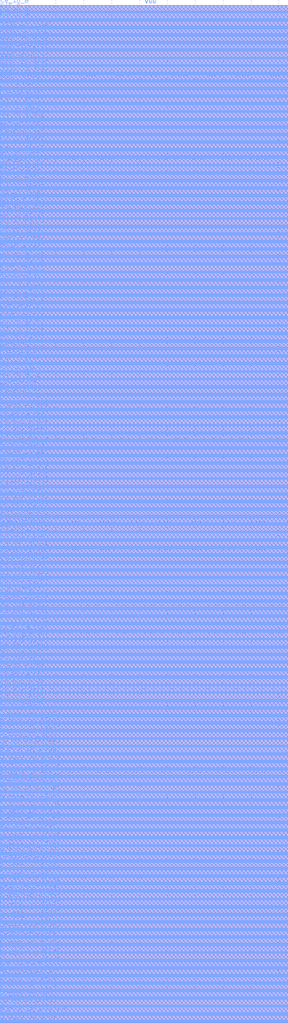
<source format=lef>
# Generated by FakeRAM 2.0
VERSION 5.7 ;
BUSBITCHARS "[]" ;
PROPERTYDEFINITIONS
  MACRO width INTEGER ;
  MACRO depth INTEGER ;
  MACRO banks INTEGER ;
END PROPERTYDEFINITIONS
MACRO fakeram7_tdp_8192x64
  PROPERTY width 64 ;
  PROPERTY depth 8192 ;
  PROPERTY banks 8 ;
  FOREIGN fakeram7_tdp_8192x64 0 0 ;
  SYMMETRY X Y ;
  SIZE 103.360 BY 365.400 ;
  CLASS BLOCK ;
  PIN w_mask_in_A[0]
    DIRECTION INPUT ;
    USE SIGNAL ;
    SHAPE ABUTMENT ;
    PORT
      LAYER M4 ;
      RECT 0.000 0.048 0.024 0.072 ;
    END
  END w_mask_in_A[0]
  PIN w_mask_in_B[0]
    DIRECTION INPUT ;
    USE SIGNAL ;
    SHAPE ABUTMENT ;
    PORT
      LAYER M4 ;
      RECT 103.336 0.048 103.360 0.072 ;
    END
  END w_mask_in_B[0]
  PIN w_mask_in_A[1]
    DIRECTION INPUT ;
    USE SIGNAL ;
    SHAPE ABUTMENT ;
    PORT
      LAYER M4 ;
      RECT 0.000 1.776 0.024 1.800 ;
    END
  END w_mask_in_A[1]
  PIN w_mask_in_B[1]
    DIRECTION INPUT ;
    USE SIGNAL ;
    SHAPE ABUTMENT ;
    PORT
      LAYER M4 ;
      RECT 103.336 1.776 103.360 1.800 ;
    END
  END w_mask_in_B[1]
  PIN w_mask_in_A[2]
    DIRECTION INPUT ;
    USE SIGNAL ;
    SHAPE ABUTMENT ;
    PORT
      LAYER M4 ;
      RECT 0.000 3.504 0.024 3.528 ;
    END
  END w_mask_in_A[2]
  PIN w_mask_in_B[2]
    DIRECTION INPUT ;
    USE SIGNAL ;
    SHAPE ABUTMENT ;
    PORT
      LAYER M4 ;
      RECT 103.336 3.504 103.360 3.528 ;
    END
  END w_mask_in_B[2]
  PIN w_mask_in_A[3]
    DIRECTION INPUT ;
    USE SIGNAL ;
    SHAPE ABUTMENT ;
    PORT
      LAYER M4 ;
      RECT 0.000 5.232 0.024 5.256 ;
    END
  END w_mask_in_A[3]
  PIN w_mask_in_B[3]
    DIRECTION INPUT ;
    USE SIGNAL ;
    SHAPE ABUTMENT ;
    PORT
      LAYER M4 ;
      RECT 103.336 5.232 103.360 5.256 ;
    END
  END w_mask_in_B[3]
  PIN w_mask_in_A[4]
    DIRECTION INPUT ;
    USE SIGNAL ;
    SHAPE ABUTMENT ;
    PORT
      LAYER M4 ;
      RECT 0.000 6.960 0.024 6.984 ;
    END
  END w_mask_in_A[4]
  PIN w_mask_in_B[4]
    DIRECTION INPUT ;
    USE SIGNAL ;
    SHAPE ABUTMENT ;
    PORT
      LAYER M4 ;
      RECT 103.336 6.960 103.360 6.984 ;
    END
  END w_mask_in_B[4]
  PIN w_mask_in_A[5]
    DIRECTION INPUT ;
    USE SIGNAL ;
    SHAPE ABUTMENT ;
    PORT
      LAYER M4 ;
      RECT 0.000 8.688 0.024 8.712 ;
    END
  END w_mask_in_A[5]
  PIN w_mask_in_B[5]
    DIRECTION INPUT ;
    USE SIGNAL ;
    SHAPE ABUTMENT ;
    PORT
      LAYER M4 ;
      RECT 103.336 8.688 103.360 8.712 ;
    END
  END w_mask_in_B[5]
  PIN w_mask_in_A[6]
    DIRECTION INPUT ;
    USE SIGNAL ;
    SHAPE ABUTMENT ;
    PORT
      LAYER M4 ;
      RECT 0.000 10.416 0.024 10.440 ;
    END
  END w_mask_in_A[6]
  PIN w_mask_in_B[6]
    DIRECTION INPUT ;
    USE SIGNAL ;
    SHAPE ABUTMENT ;
    PORT
      LAYER M4 ;
      RECT 103.336 10.416 103.360 10.440 ;
    END
  END w_mask_in_B[6]
  PIN w_mask_in_A[7]
    DIRECTION INPUT ;
    USE SIGNAL ;
    SHAPE ABUTMENT ;
    PORT
      LAYER M4 ;
      RECT 0.000 12.144 0.024 12.168 ;
    END
  END w_mask_in_A[7]
  PIN w_mask_in_B[7]
    DIRECTION INPUT ;
    USE SIGNAL ;
    SHAPE ABUTMENT ;
    PORT
      LAYER M4 ;
      RECT 103.336 12.144 103.360 12.168 ;
    END
  END w_mask_in_B[7]
  PIN w_mask_in_A[8]
    DIRECTION INPUT ;
    USE SIGNAL ;
    SHAPE ABUTMENT ;
    PORT
      LAYER M4 ;
      RECT 0.000 13.872 0.024 13.896 ;
    END
  END w_mask_in_A[8]
  PIN w_mask_in_B[8]
    DIRECTION INPUT ;
    USE SIGNAL ;
    SHAPE ABUTMENT ;
    PORT
      LAYER M4 ;
      RECT 103.336 13.872 103.360 13.896 ;
    END
  END w_mask_in_B[8]
  PIN w_mask_in_A[9]
    DIRECTION INPUT ;
    USE SIGNAL ;
    SHAPE ABUTMENT ;
    PORT
      LAYER M4 ;
      RECT 0.000 15.600 0.024 15.624 ;
    END
  END w_mask_in_A[9]
  PIN w_mask_in_B[9]
    DIRECTION INPUT ;
    USE SIGNAL ;
    SHAPE ABUTMENT ;
    PORT
      LAYER M4 ;
      RECT 103.336 15.600 103.360 15.624 ;
    END
  END w_mask_in_B[9]
  PIN w_mask_in_A[10]
    DIRECTION INPUT ;
    USE SIGNAL ;
    SHAPE ABUTMENT ;
    PORT
      LAYER M4 ;
      RECT 0.000 17.328 0.024 17.352 ;
    END
  END w_mask_in_A[10]
  PIN w_mask_in_B[10]
    DIRECTION INPUT ;
    USE SIGNAL ;
    SHAPE ABUTMENT ;
    PORT
      LAYER M4 ;
      RECT 103.336 17.328 103.360 17.352 ;
    END
  END w_mask_in_B[10]
  PIN w_mask_in_A[11]
    DIRECTION INPUT ;
    USE SIGNAL ;
    SHAPE ABUTMENT ;
    PORT
      LAYER M4 ;
      RECT 0.000 19.056 0.024 19.080 ;
    END
  END w_mask_in_A[11]
  PIN w_mask_in_B[11]
    DIRECTION INPUT ;
    USE SIGNAL ;
    SHAPE ABUTMENT ;
    PORT
      LAYER M4 ;
      RECT 103.336 19.056 103.360 19.080 ;
    END
  END w_mask_in_B[11]
  PIN w_mask_in_A[12]
    DIRECTION INPUT ;
    USE SIGNAL ;
    SHAPE ABUTMENT ;
    PORT
      LAYER M4 ;
      RECT 0.000 20.784 0.024 20.808 ;
    END
  END w_mask_in_A[12]
  PIN w_mask_in_B[12]
    DIRECTION INPUT ;
    USE SIGNAL ;
    SHAPE ABUTMENT ;
    PORT
      LAYER M4 ;
      RECT 103.336 20.784 103.360 20.808 ;
    END
  END w_mask_in_B[12]
  PIN w_mask_in_A[13]
    DIRECTION INPUT ;
    USE SIGNAL ;
    SHAPE ABUTMENT ;
    PORT
      LAYER M4 ;
      RECT 0.000 22.512 0.024 22.536 ;
    END
  END w_mask_in_A[13]
  PIN w_mask_in_B[13]
    DIRECTION INPUT ;
    USE SIGNAL ;
    SHAPE ABUTMENT ;
    PORT
      LAYER M4 ;
      RECT 103.336 22.512 103.360 22.536 ;
    END
  END w_mask_in_B[13]
  PIN w_mask_in_A[14]
    DIRECTION INPUT ;
    USE SIGNAL ;
    SHAPE ABUTMENT ;
    PORT
      LAYER M4 ;
      RECT 0.000 24.240 0.024 24.264 ;
    END
  END w_mask_in_A[14]
  PIN w_mask_in_B[14]
    DIRECTION INPUT ;
    USE SIGNAL ;
    SHAPE ABUTMENT ;
    PORT
      LAYER M4 ;
      RECT 103.336 24.240 103.360 24.264 ;
    END
  END w_mask_in_B[14]
  PIN w_mask_in_A[15]
    DIRECTION INPUT ;
    USE SIGNAL ;
    SHAPE ABUTMENT ;
    PORT
      LAYER M4 ;
      RECT 0.000 25.968 0.024 25.992 ;
    END
  END w_mask_in_A[15]
  PIN w_mask_in_B[15]
    DIRECTION INPUT ;
    USE SIGNAL ;
    SHAPE ABUTMENT ;
    PORT
      LAYER M4 ;
      RECT 103.336 25.968 103.360 25.992 ;
    END
  END w_mask_in_B[15]
  PIN w_mask_in_A[16]
    DIRECTION INPUT ;
    USE SIGNAL ;
    SHAPE ABUTMENT ;
    PORT
      LAYER M4 ;
      RECT 0.000 27.696 0.024 27.720 ;
    END
  END w_mask_in_A[16]
  PIN w_mask_in_B[16]
    DIRECTION INPUT ;
    USE SIGNAL ;
    SHAPE ABUTMENT ;
    PORT
      LAYER M4 ;
      RECT 103.336 27.696 103.360 27.720 ;
    END
  END w_mask_in_B[16]
  PIN w_mask_in_A[17]
    DIRECTION INPUT ;
    USE SIGNAL ;
    SHAPE ABUTMENT ;
    PORT
      LAYER M4 ;
      RECT 0.000 29.424 0.024 29.448 ;
    END
  END w_mask_in_A[17]
  PIN w_mask_in_B[17]
    DIRECTION INPUT ;
    USE SIGNAL ;
    SHAPE ABUTMENT ;
    PORT
      LAYER M4 ;
      RECT 103.336 29.424 103.360 29.448 ;
    END
  END w_mask_in_B[17]
  PIN w_mask_in_A[18]
    DIRECTION INPUT ;
    USE SIGNAL ;
    SHAPE ABUTMENT ;
    PORT
      LAYER M4 ;
      RECT 0.000 31.152 0.024 31.176 ;
    END
  END w_mask_in_A[18]
  PIN w_mask_in_B[18]
    DIRECTION INPUT ;
    USE SIGNAL ;
    SHAPE ABUTMENT ;
    PORT
      LAYER M4 ;
      RECT 103.336 31.152 103.360 31.176 ;
    END
  END w_mask_in_B[18]
  PIN w_mask_in_A[19]
    DIRECTION INPUT ;
    USE SIGNAL ;
    SHAPE ABUTMENT ;
    PORT
      LAYER M4 ;
      RECT 0.000 32.880 0.024 32.904 ;
    END
  END w_mask_in_A[19]
  PIN w_mask_in_B[19]
    DIRECTION INPUT ;
    USE SIGNAL ;
    SHAPE ABUTMENT ;
    PORT
      LAYER M4 ;
      RECT 103.336 32.880 103.360 32.904 ;
    END
  END w_mask_in_B[19]
  PIN w_mask_in_A[20]
    DIRECTION INPUT ;
    USE SIGNAL ;
    SHAPE ABUTMENT ;
    PORT
      LAYER M4 ;
      RECT 0.000 34.608 0.024 34.632 ;
    END
  END w_mask_in_A[20]
  PIN w_mask_in_B[20]
    DIRECTION INPUT ;
    USE SIGNAL ;
    SHAPE ABUTMENT ;
    PORT
      LAYER M4 ;
      RECT 103.336 34.608 103.360 34.632 ;
    END
  END w_mask_in_B[20]
  PIN w_mask_in_A[21]
    DIRECTION INPUT ;
    USE SIGNAL ;
    SHAPE ABUTMENT ;
    PORT
      LAYER M4 ;
      RECT 0.000 36.336 0.024 36.360 ;
    END
  END w_mask_in_A[21]
  PIN w_mask_in_B[21]
    DIRECTION INPUT ;
    USE SIGNAL ;
    SHAPE ABUTMENT ;
    PORT
      LAYER M4 ;
      RECT 103.336 36.336 103.360 36.360 ;
    END
  END w_mask_in_B[21]
  PIN w_mask_in_A[22]
    DIRECTION INPUT ;
    USE SIGNAL ;
    SHAPE ABUTMENT ;
    PORT
      LAYER M4 ;
      RECT 0.000 38.064 0.024 38.088 ;
    END
  END w_mask_in_A[22]
  PIN w_mask_in_B[22]
    DIRECTION INPUT ;
    USE SIGNAL ;
    SHAPE ABUTMENT ;
    PORT
      LAYER M4 ;
      RECT 103.336 38.064 103.360 38.088 ;
    END
  END w_mask_in_B[22]
  PIN w_mask_in_A[23]
    DIRECTION INPUT ;
    USE SIGNAL ;
    SHAPE ABUTMENT ;
    PORT
      LAYER M4 ;
      RECT 0.000 39.792 0.024 39.816 ;
    END
  END w_mask_in_A[23]
  PIN w_mask_in_B[23]
    DIRECTION INPUT ;
    USE SIGNAL ;
    SHAPE ABUTMENT ;
    PORT
      LAYER M4 ;
      RECT 103.336 39.792 103.360 39.816 ;
    END
  END w_mask_in_B[23]
  PIN w_mask_in_A[24]
    DIRECTION INPUT ;
    USE SIGNAL ;
    SHAPE ABUTMENT ;
    PORT
      LAYER M4 ;
      RECT 0.000 41.520 0.024 41.544 ;
    END
  END w_mask_in_A[24]
  PIN w_mask_in_B[24]
    DIRECTION INPUT ;
    USE SIGNAL ;
    SHAPE ABUTMENT ;
    PORT
      LAYER M4 ;
      RECT 103.336 41.520 103.360 41.544 ;
    END
  END w_mask_in_B[24]
  PIN w_mask_in_A[25]
    DIRECTION INPUT ;
    USE SIGNAL ;
    SHAPE ABUTMENT ;
    PORT
      LAYER M4 ;
      RECT 0.000 43.248 0.024 43.272 ;
    END
  END w_mask_in_A[25]
  PIN w_mask_in_B[25]
    DIRECTION INPUT ;
    USE SIGNAL ;
    SHAPE ABUTMENT ;
    PORT
      LAYER M4 ;
      RECT 103.336 43.248 103.360 43.272 ;
    END
  END w_mask_in_B[25]
  PIN w_mask_in_A[26]
    DIRECTION INPUT ;
    USE SIGNAL ;
    SHAPE ABUTMENT ;
    PORT
      LAYER M4 ;
      RECT 0.000 44.976 0.024 45.000 ;
    END
  END w_mask_in_A[26]
  PIN w_mask_in_B[26]
    DIRECTION INPUT ;
    USE SIGNAL ;
    SHAPE ABUTMENT ;
    PORT
      LAYER M4 ;
      RECT 103.336 44.976 103.360 45.000 ;
    END
  END w_mask_in_B[26]
  PIN w_mask_in_A[27]
    DIRECTION INPUT ;
    USE SIGNAL ;
    SHAPE ABUTMENT ;
    PORT
      LAYER M4 ;
      RECT 0.000 46.704 0.024 46.728 ;
    END
  END w_mask_in_A[27]
  PIN w_mask_in_B[27]
    DIRECTION INPUT ;
    USE SIGNAL ;
    SHAPE ABUTMENT ;
    PORT
      LAYER M4 ;
      RECT 103.336 46.704 103.360 46.728 ;
    END
  END w_mask_in_B[27]
  PIN w_mask_in_A[28]
    DIRECTION INPUT ;
    USE SIGNAL ;
    SHAPE ABUTMENT ;
    PORT
      LAYER M4 ;
      RECT 0.000 48.432 0.024 48.456 ;
    END
  END w_mask_in_A[28]
  PIN w_mask_in_B[28]
    DIRECTION INPUT ;
    USE SIGNAL ;
    SHAPE ABUTMENT ;
    PORT
      LAYER M4 ;
      RECT 103.336 48.432 103.360 48.456 ;
    END
  END w_mask_in_B[28]
  PIN w_mask_in_A[29]
    DIRECTION INPUT ;
    USE SIGNAL ;
    SHAPE ABUTMENT ;
    PORT
      LAYER M4 ;
      RECT 0.000 50.160 0.024 50.184 ;
    END
  END w_mask_in_A[29]
  PIN w_mask_in_B[29]
    DIRECTION INPUT ;
    USE SIGNAL ;
    SHAPE ABUTMENT ;
    PORT
      LAYER M4 ;
      RECT 103.336 50.160 103.360 50.184 ;
    END
  END w_mask_in_B[29]
  PIN w_mask_in_A[30]
    DIRECTION INPUT ;
    USE SIGNAL ;
    SHAPE ABUTMENT ;
    PORT
      LAYER M4 ;
      RECT 0.000 51.888 0.024 51.912 ;
    END
  END w_mask_in_A[30]
  PIN w_mask_in_B[30]
    DIRECTION INPUT ;
    USE SIGNAL ;
    SHAPE ABUTMENT ;
    PORT
      LAYER M4 ;
      RECT 103.336 51.888 103.360 51.912 ;
    END
  END w_mask_in_B[30]
  PIN w_mask_in_A[31]
    DIRECTION INPUT ;
    USE SIGNAL ;
    SHAPE ABUTMENT ;
    PORT
      LAYER M4 ;
      RECT 0.000 53.616 0.024 53.640 ;
    END
  END w_mask_in_A[31]
  PIN w_mask_in_B[31]
    DIRECTION INPUT ;
    USE SIGNAL ;
    SHAPE ABUTMENT ;
    PORT
      LAYER M4 ;
      RECT 103.336 53.616 103.360 53.640 ;
    END
  END w_mask_in_B[31]
  PIN w_mask_in_A[32]
    DIRECTION INPUT ;
    USE SIGNAL ;
    SHAPE ABUTMENT ;
    PORT
      LAYER M4 ;
      RECT 0.000 55.344 0.024 55.368 ;
    END
  END w_mask_in_A[32]
  PIN w_mask_in_B[32]
    DIRECTION INPUT ;
    USE SIGNAL ;
    SHAPE ABUTMENT ;
    PORT
      LAYER M4 ;
      RECT 103.336 55.344 103.360 55.368 ;
    END
  END w_mask_in_B[32]
  PIN w_mask_in_A[33]
    DIRECTION INPUT ;
    USE SIGNAL ;
    SHAPE ABUTMENT ;
    PORT
      LAYER M4 ;
      RECT 0.000 57.072 0.024 57.096 ;
    END
  END w_mask_in_A[33]
  PIN w_mask_in_B[33]
    DIRECTION INPUT ;
    USE SIGNAL ;
    SHAPE ABUTMENT ;
    PORT
      LAYER M4 ;
      RECT 103.336 57.072 103.360 57.096 ;
    END
  END w_mask_in_B[33]
  PIN w_mask_in_A[34]
    DIRECTION INPUT ;
    USE SIGNAL ;
    SHAPE ABUTMENT ;
    PORT
      LAYER M4 ;
      RECT 0.000 58.800 0.024 58.824 ;
    END
  END w_mask_in_A[34]
  PIN w_mask_in_B[34]
    DIRECTION INPUT ;
    USE SIGNAL ;
    SHAPE ABUTMENT ;
    PORT
      LAYER M4 ;
      RECT 103.336 58.800 103.360 58.824 ;
    END
  END w_mask_in_B[34]
  PIN w_mask_in_A[35]
    DIRECTION INPUT ;
    USE SIGNAL ;
    SHAPE ABUTMENT ;
    PORT
      LAYER M4 ;
      RECT 0.000 60.528 0.024 60.552 ;
    END
  END w_mask_in_A[35]
  PIN w_mask_in_B[35]
    DIRECTION INPUT ;
    USE SIGNAL ;
    SHAPE ABUTMENT ;
    PORT
      LAYER M4 ;
      RECT 103.336 60.528 103.360 60.552 ;
    END
  END w_mask_in_B[35]
  PIN w_mask_in_A[36]
    DIRECTION INPUT ;
    USE SIGNAL ;
    SHAPE ABUTMENT ;
    PORT
      LAYER M4 ;
      RECT 0.000 62.256 0.024 62.280 ;
    END
  END w_mask_in_A[36]
  PIN w_mask_in_B[36]
    DIRECTION INPUT ;
    USE SIGNAL ;
    SHAPE ABUTMENT ;
    PORT
      LAYER M4 ;
      RECT 103.336 62.256 103.360 62.280 ;
    END
  END w_mask_in_B[36]
  PIN w_mask_in_A[37]
    DIRECTION INPUT ;
    USE SIGNAL ;
    SHAPE ABUTMENT ;
    PORT
      LAYER M4 ;
      RECT 0.000 63.984 0.024 64.008 ;
    END
  END w_mask_in_A[37]
  PIN w_mask_in_B[37]
    DIRECTION INPUT ;
    USE SIGNAL ;
    SHAPE ABUTMENT ;
    PORT
      LAYER M4 ;
      RECT 103.336 63.984 103.360 64.008 ;
    END
  END w_mask_in_B[37]
  PIN w_mask_in_A[38]
    DIRECTION INPUT ;
    USE SIGNAL ;
    SHAPE ABUTMENT ;
    PORT
      LAYER M4 ;
      RECT 0.000 65.712 0.024 65.736 ;
    END
  END w_mask_in_A[38]
  PIN w_mask_in_B[38]
    DIRECTION INPUT ;
    USE SIGNAL ;
    SHAPE ABUTMENT ;
    PORT
      LAYER M4 ;
      RECT 103.336 65.712 103.360 65.736 ;
    END
  END w_mask_in_B[38]
  PIN w_mask_in_A[39]
    DIRECTION INPUT ;
    USE SIGNAL ;
    SHAPE ABUTMENT ;
    PORT
      LAYER M4 ;
      RECT 0.000 67.440 0.024 67.464 ;
    END
  END w_mask_in_A[39]
  PIN w_mask_in_B[39]
    DIRECTION INPUT ;
    USE SIGNAL ;
    SHAPE ABUTMENT ;
    PORT
      LAYER M4 ;
      RECT 103.336 67.440 103.360 67.464 ;
    END
  END w_mask_in_B[39]
  PIN w_mask_in_A[40]
    DIRECTION INPUT ;
    USE SIGNAL ;
    SHAPE ABUTMENT ;
    PORT
      LAYER M4 ;
      RECT 0.000 69.168 0.024 69.192 ;
    END
  END w_mask_in_A[40]
  PIN w_mask_in_B[40]
    DIRECTION INPUT ;
    USE SIGNAL ;
    SHAPE ABUTMENT ;
    PORT
      LAYER M4 ;
      RECT 103.336 69.168 103.360 69.192 ;
    END
  END w_mask_in_B[40]
  PIN w_mask_in_A[41]
    DIRECTION INPUT ;
    USE SIGNAL ;
    SHAPE ABUTMENT ;
    PORT
      LAYER M4 ;
      RECT 0.000 70.896 0.024 70.920 ;
    END
  END w_mask_in_A[41]
  PIN w_mask_in_B[41]
    DIRECTION INPUT ;
    USE SIGNAL ;
    SHAPE ABUTMENT ;
    PORT
      LAYER M4 ;
      RECT 103.336 70.896 103.360 70.920 ;
    END
  END w_mask_in_B[41]
  PIN w_mask_in_A[42]
    DIRECTION INPUT ;
    USE SIGNAL ;
    SHAPE ABUTMENT ;
    PORT
      LAYER M4 ;
      RECT 0.000 72.624 0.024 72.648 ;
    END
  END w_mask_in_A[42]
  PIN w_mask_in_B[42]
    DIRECTION INPUT ;
    USE SIGNAL ;
    SHAPE ABUTMENT ;
    PORT
      LAYER M4 ;
      RECT 103.336 72.624 103.360 72.648 ;
    END
  END w_mask_in_B[42]
  PIN w_mask_in_A[43]
    DIRECTION INPUT ;
    USE SIGNAL ;
    SHAPE ABUTMENT ;
    PORT
      LAYER M4 ;
      RECT 0.000 74.352 0.024 74.376 ;
    END
  END w_mask_in_A[43]
  PIN w_mask_in_B[43]
    DIRECTION INPUT ;
    USE SIGNAL ;
    SHAPE ABUTMENT ;
    PORT
      LAYER M4 ;
      RECT 103.336 74.352 103.360 74.376 ;
    END
  END w_mask_in_B[43]
  PIN w_mask_in_A[44]
    DIRECTION INPUT ;
    USE SIGNAL ;
    SHAPE ABUTMENT ;
    PORT
      LAYER M4 ;
      RECT 0.000 76.080 0.024 76.104 ;
    END
  END w_mask_in_A[44]
  PIN w_mask_in_B[44]
    DIRECTION INPUT ;
    USE SIGNAL ;
    SHAPE ABUTMENT ;
    PORT
      LAYER M4 ;
      RECT 103.336 76.080 103.360 76.104 ;
    END
  END w_mask_in_B[44]
  PIN w_mask_in_A[45]
    DIRECTION INPUT ;
    USE SIGNAL ;
    SHAPE ABUTMENT ;
    PORT
      LAYER M4 ;
      RECT 0.000 77.808 0.024 77.832 ;
    END
  END w_mask_in_A[45]
  PIN w_mask_in_B[45]
    DIRECTION INPUT ;
    USE SIGNAL ;
    SHAPE ABUTMENT ;
    PORT
      LAYER M4 ;
      RECT 103.336 77.808 103.360 77.832 ;
    END
  END w_mask_in_B[45]
  PIN w_mask_in_A[46]
    DIRECTION INPUT ;
    USE SIGNAL ;
    SHAPE ABUTMENT ;
    PORT
      LAYER M4 ;
      RECT 0.000 79.536 0.024 79.560 ;
    END
  END w_mask_in_A[46]
  PIN w_mask_in_B[46]
    DIRECTION INPUT ;
    USE SIGNAL ;
    SHAPE ABUTMENT ;
    PORT
      LAYER M4 ;
      RECT 103.336 79.536 103.360 79.560 ;
    END
  END w_mask_in_B[46]
  PIN w_mask_in_A[47]
    DIRECTION INPUT ;
    USE SIGNAL ;
    SHAPE ABUTMENT ;
    PORT
      LAYER M4 ;
      RECT 0.000 81.264 0.024 81.288 ;
    END
  END w_mask_in_A[47]
  PIN w_mask_in_B[47]
    DIRECTION INPUT ;
    USE SIGNAL ;
    SHAPE ABUTMENT ;
    PORT
      LAYER M4 ;
      RECT 103.336 81.264 103.360 81.288 ;
    END
  END w_mask_in_B[47]
  PIN w_mask_in_A[48]
    DIRECTION INPUT ;
    USE SIGNAL ;
    SHAPE ABUTMENT ;
    PORT
      LAYER M4 ;
      RECT 0.000 82.992 0.024 83.016 ;
    END
  END w_mask_in_A[48]
  PIN w_mask_in_B[48]
    DIRECTION INPUT ;
    USE SIGNAL ;
    SHAPE ABUTMENT ;
    PORT
      LAYER M4 ;
      RECT 103.336 82.992 103.360 83.016 ;
    END
  END w_mask_in_B[48]
  PIN w_mask_in_A[49]
    DIRECTION INPUT ;
    USE SIGNAL ;
    SHAPE ABUTMENT ;
    PORT
      LAYER M4 ;
      RECT 0.000 84.720 0.024 84.744 ;
    END
  END w_mask_in_A[49]
  PIN w_mask_in_B[49]
    DIRECTION INPUT ;
    USE SIGNAL ;
    SHAPE ABUTMENT ;
    PORT
      LAYER M4 ;
      RECT 103.336 84.720 103.360 84.744 ;
    END
  END w_mask_in_B[49]
  PIN w_mask_in_A[50]
    DIRECTION INPUT ;
    USE SIGNAL ;
    SHAPE ABUTMENT ;
    PORT
      LAYER M4 ;
      RECT 0.000 86.448 0.024 86.472 ;
    END
  END w_mask_in_A[50]
  PIN w_mask_in_B[50]
    DIRECTION INPUT ;
    USE SIGNAL ;
    SHAPE ABUTMENT ;
    PORT
      LAYER M4 ;
      RECT 103.336 86.448 103.360 86.472 ;
    END
  END w_mask_in_B[50]
  PIN w_mask_in_A[51]
    DIRECTION INPUT ;
    USE SIGNAL ;
    SHAPE ABUTMENT ;
    PORT
      LAYER M4 ;
      RECT 0.000 88.176 0.024 88.200 ;
    END
  END w_mask_in_A[51]
  PIN w_mask_in_B[51]
    DIRECTION INPUT ;
    USE SIGNAL ;
    SHAPE ABUTMENT ;
    PORT
      LAYER M4 ;
      RECT 103.336 88.176 103.360 88.200 ;
    END
  END w_mask_in_B[51]
  PIN w_mask_in_A[52]
    DIRECTION INPUT ;
    USE SIGNAL ;
    SHAPE ABUTMENT ;
    PORT
      LAYER M4 ;
      RECT 0.000 89.904 0.024 89.928 ;
    END
  END w_mask_in_A[52]
  PIN w_mask_in_B[52]
    DIRECTION INPUT ;
    USE SIGNAL ;
    SHAPE ABUTMENT ;
    PORT
      LAYER M4 ;
      RECT 103.336 89.904 103.360 89.928 ;
    END
  END w_mask_in_B[52]
  PIN w_mask_in_A[53]
    DIRECTION INPUT ;
    USE SIGNAL ;
    SHAPE ABUTMENT ;
    PORT
      LAYER M4 ;
      RECT 0.000 91.632 0.024 91.656 ;
    END
  END w_mask_in_A[53]
  PIN w_mask_in_B[53]
    DIRECTION INPUT ;
    USE SIGNAL ;
    SHAPE ABUTMENT ;
    PORT
      LAYER M4 ;
      RECT 103.336 91.632 103.360 91.656 ;
    END
  END w_mask_in_B[53]
  PIN w_mask_in_A[54]
    DIRECTION INPUT ;
    USE SIGNAL ;
    SHAPE ABUTMENT ;
    PORT
      LAYER M4 ;
      RECT 0.000 93.360 0.024 93.384 ;
    END
  END w_mask_in_A[54]
  PIN w_mask_in_B[54]
    DIRECTION INPUT ;
    USE SIGNAL ;
    SHAPE ABUTMENT ;
    PORT
      LAYER M4 ;
      RECT 103.336 93.360 103.360 93.384 ;
    END
  END w_mask_in_B[54]
  PIN w_mask_in_A[55]
    DIRECTION INPUT ;
    USE SIGNAL ;
    SHAPE ABUTMENT ;
    PORT
      LAYER M4 ;
      RECT 0.000 95.088 0.024 95.112 ;
    END
  END w_mask_in_A[55]
  PIN w_mask_in_B[55]
    DIRECTION INPUT ;
    USE SIGNAL ;
    SHAPE ABUTMENT ;
    PORT
      LAYER M4 ;
      RECT 103.336 95.088 103.360 95.112 ;
    END
  END w_mask_in_B[55]
  PIN w_mask_in_A[56]
    DIRECTION INPUT ;
    USE SIGNAL ;
    SHAPE ABUTMENT ;
    PORT
      LAYER M4 ;
      RECT 0.000 96.816 0.024 96.840 ;
    END
  END w_mask_in_A[56]
  PIN w_mask_in_B[56]
    DIRECTION INPUT ;
    USE SIGNAL ;
    SHAPE ABUTMENT ;
    PORT
      LAYER M4 ;
      RECT 103.336 96.816 103.360 96.840 ;
    END
  END w_mask_in_B[56]
  PIN w_mask_in_A[57]
    DIRECTION INPUT ;
    USE SIGNAL ;
    SHAPE ABUTMENT ;
    PORT
      LAYER M4 ;
      RECT 0.000 98.544 0.024 98.568 ;
    END
  END w_mask_in_A[57]
  PIN w_mask_in_B[57]
    DIRECTION INPUT ;
    USE SIGNAL ;
    SHAPE ABUTMENT ;
    PORT
      LAYER M4 ;
      RECT 103.336 98.544 103.360 98.568 ;
    END
  END w_mask_in_B[57]
  PIN w_mask_in_A[58]
    DIRECTION INPUT ;
    USE SIGNAL ;
    SHAPE ABUTMENT ;
    PORT
      LAYER M4 ;
      RECT 0.000 100.272 0.024 100.296 ;
    END
  END w_mask_in_A[58]
  PIN w_mask_in_B[58]
    DIRECTION INPUT ;
    USE SIGNAL ;
    SHAPE ABUTMENT ;
    PORT
      LAYER M4 ;
      RECT 103.336 100.272 103.360 100.296 ;
    END
  END w_mask_in_B[58]
  PIN w_mask_in_A[59]
    DIRECTION INPUT ;
    USE SIGNAL ;
    SHAPE ABUTMENT ;
    PORT
      LAYER M4 ;
      RECT 0.000 102.000 0.024 102.024 ;
    END
  END w_mask_in_A[59]
  PIN w_mask_in_B[59]
    DIRECTION INPUT ;
    USE SIGNAL ;
    SHAPE ABUTMENT ;
    PORT
      LAYER M4 ;
      RECT 103.336 102.000 103.360 102.024 ;
    END
  END w_mask_in_B[59]
  PIN w_mask_in_A[60]
    DIRECTION INPUT ;
    USE SIGNAL ;
    SHAPE ABUTMENT ;
    PORT
      LAYER M4 ;
      RECT 0.000 103.728 0.024 103.752 ;
    END
  END w_mask_in_A[60]
  PIN w_mask_in_B[60]
    DIRECTION INPUT ;
    USE SIGNAL ;
    SHAPE ABUTMENT ;
    PORT
      LAYER M4 ;
      RECT 103.336 103.728 103.360 103.752 ;
    END
  END w_mask_in_B[60]
  PIN w_mask_in_A[61]
    DIRECTION INPUT ;
    USE SIGNAL ;
    SHAPE ABUTMENT ;
    PORT
      LAYER M4 ;
      RECT 0.000 105.456 0.024 105.480 ;
    END
  END w_mask_in_A[61]
  PIN w_mask_in_B[61]
    DIRECTION INPUT ;
    USE SIGNAL ;
    SHAPE ABUTMENT ;
    PORT
      LAYER M4 ;
      RECT 103.336 105.456 103.360 105.480 ;
    END
  END w_mask_in_B[61]
  PIN w_mask_in_A[62]
    DIRECTION INPUT ;
    USE SIGNAL ;
    SHAPE ABUTMENT ;
    PORT
      LAYER M4 ;
      RECT 0.000 107.184 0.024 107.208 ;
    END
  END w_mask_in_A[62]
  PIN w_mask_in_B[62]
    DIRECTION INPUT ;
    USE SIGNAL ;
    SHAPE ABUTMENT ;
    PORT
      LAYER M4 ;
      RECT 103.336 107.184 103.360 107.208 ;
    END
  END w_mask_in_B[62]
  PIN w_mask_in_A[63]
    DIRECTION INPUT ;
    USE SIGNAL ;
    SHAPE ABUTMENT ;
    PORT
      LAYER M4 ;
      RECT 0.000 108.912 0.024 108.936 ;
    END
  END w_mask_in_A[63]
  PIN w_mask_in_B[63]
    DIRECTION INPUT ;
    USE SIGNAL ;
    SHAPE ABUTMENT ;
    PORT
      LAYER M4 ;
      RECT 103.336 108.912 103.360 108.936 ;
    END
  END w_mask_in_B[63]
  PIN rd_out_A[0]
    DIRECTION OUTPUT ;
    USE SIGNAL ;
    SHAPE ABUTMENT ;
    PORT
      LAYER M4 ;
      RECT 0.000 112.080 0.024 112.104 ;
    END
  END rd_out_A[0]
  PIN rd_out_B[0]
    DIRECTION OUTPUT ;
    USE SIGNAL ;
    SHAPE ABUTMENT ;
    PORT
      LAYER M4 ;
      RECT 103.336 112.080 103.360 112.104 ;
    END
  END rd_out_B[0]
  PIN rd_out_A[1]
    DIRECTION OUTPUT ;
    USE SIGNAL ;
    SHAPE ABUTMENT ;
    PORT
      LAYER M4 ;
      RECT 0.000 113.808 0.024 113.832 ;
    END
  END rd_out_A[1]
  PIN rd_out_B[1]
    DIRECTION OUTPUT ;
    USE SIGNAL ;
    SHAPE ABUTMENT ;
    PORT
      LAYER M4 ;
      RECT 103.336 113.808 103.360 113.832 ;
    END
  END rd_out_B[1]
  PIN rd_out_A[2]
    DIRECTION OUTPUT ;
    USE SIGNAL ;
    SHAPE ABUTMENT ;
    PORT
      LAYER M4 ;
      RECT 0.000 115.536 0.024 115.560 ;
    END
  END rd_out_A[2]
  PIN rd_out_B[2]
    DIRECTION OUTPUT ;
    USE SIGNAL ;
    SHAPE ABUTMENT ;
    PORT
      LAYER M4 ;
      RECT 103.336 115.536 103.360 115.560 ;
    END
  END rd_out_B[2]
  PIN rd_out_A[3]
    DIRECTION OUTPUT ;
    USE SIGNAL ;
    SHAPE ABUTMENT ;
    PORT
      LAYER M4 ;
      RECT 0.000 117.264 0.024 117.288 ;
    END
  END rd_out_A[3]
  PIN rd_out_B[3]
    DIRECTION OUTPUT ;
    USE SIGNAL ;
    SHAPE ABUTMENT ;
    PORT
      LAYER M4 ;
      RECT 103.336 117.264 103.360 117.288 ;
    END
  END rd_out_B[3]
  PIN rd_out_A[4]
    DIRECTION OUTPUT ;
    USE SIGNAL ;
    SHAPE ABUTMENT ;
    PORT
      LAYER M4 ;
      RECT 0.000 118.992 0.024 119.016 ;
    END
  END rd_out_A[4]
  PIN rd_out_B[4]
    DIRECTION OUTPUT ;
    USE SIGNAL ;
    SHAPE ABUTMENT ;
    PORT
      LAYER M4 ;
      RECT 103.336 118.992 103.360 119.016 ;
    END
  END rd_out_B[4]
  PIN rd_out_A[5]
    DIRECTION OUTPUT ;
    USE SIGNAL ;
    SHAPE ABUTMENT ;
    PORT
      LAYER M4 ;
      RECT 0.000 120.720 0.024 120.744 ;
    END
  END rd_out_A[5]
  PIN rd_out_B[5]
    DIRECTION OUTPUT ;
    USE SIGNAL ;
    SHAPE ABUTMENT ;
    PORT
      LAYER M4 ;
      RECT 103.336 120.720 103.360 120.744 ;
    END
  END rd_out_B[5]
  PIN rd_out_A[6]
    DIRECTION OUTPUT ;
    USE SIGNAL ;
    SHAPE ABUTMENT ;
    PORT
      LAYER M4 ;
      RECT 0.000 122.448 0.024 122.472 ;
    END
  END rd_out_A[6]
  PIN rd_out_B[6]
    DIRECTION OUTPUT ;
    USE SIGNAL ;
    SHAPE ABUTMENT ;
    PORT
      LAYER M4 ;
      RECT 103.336 122.448 103.360 122.472 ;
    END
  END rd_out_B[6]
  PIN rd_out_A[7]
    DIRECTION OUTPUT ;
    USE SIGNAL ;
    SHAPE ABUTMENT ;
    PORT
      LAYER M4 ;
      RECT 0.000 124.176 0.024 124.200 ;
    END
  END rd_out_A[7]
  PIN rd_out_B[7]
    DIRECTION OUTPUT ;
    USE SIGNAL ;
    SHAPE ABUTMENT ;
    PORT
      LAYER M4 ;
      RECT 103.336 124.176 103.360 124.200 ;
    END
  END rd_out_B[7]
  PIN rd_out_A[8]
    DIRECTION OUTPUT ;
    USE SIGNAL ;
    SHAPE ABUTMENT ;
    PORT
      LAYER M4 ;
      RECT 0.000 125.904 0.024 125.928 ;
    END
  END rd_out_A[8]
  PIN rd_out_B[8]
    DIRECTION OUTPUT ;
    USE SIGNAL ;
    SHAPE ABUTMENT ;
    PORT
      LAYER M4 ;
      RECT 103.336 125.904 103.360 125.928 ;
    END
  END rd_out_B[8]
  PIN rd_out_A[9]
    DIRECTION OUTPUT ;
    USE SIGNAL ;
    SHAPE ABUTMENT ;
    PORT
      LAYER M4 ;
      RECT 0.000 127.632 0.024 127.656 ;
    END
  END rd_out_A[9]
  PIN rd_out_B[9]
    DIRECTION OUTPUT ;
    USE SIGNAL ;
    SHAPE ABUTMENT ;
    PORT
      LAYER M4 ;
      RECT 103.336 127.632 103.360 127.656 ;
    END
  END rd_out_B[9]
  PIN rd_out_A[10]
    DIRECTION OUTPUT ;
    USE SIGNAL ;
    SHAPE ABUTMENT ;
    PORT
      LAYER M4 ;
      RECT 0.000 129.360 0.024 129.384 ;
    END
  END rd_out_A[10]
  PIN rd_out_B[10]
    DIRECTION OUTPUT ;
    USE SIGNAL ;
    SHAPE ABUTMENT ;
    PORT
      LAYER M4 ;
      RECT 103.336 129.360 103.360 129.384 ;
    END
  END rd_out_B[10]
  PIN rd_out_A[11]
    DIRECTION OUTPUT ;
    USE SIGNAL ;
    SHAPE ABUTMENT ;
    PORT
      LAYER M4 ;
      RECT 0.000 131.088 0.024 131.112 ;
    END
  END rd_out_A[11]
  PIN rd_out_B[11]
    DIRECTION OUTPUT ;
    USE SIGNAL ;
    SHAPE ABUTMENT ;
    PORT
      LAYER M4 ;
      RECT 103.336 131.088 103.360 131.112 ;
    END
  END rd_out_B[11]
  PIN rd_out_A[12]
    DIRECTION OUTPUT ;
    USE SIGNAL ;
    SHAPE ABUTMENT ;
    PORT
      LAYER M4 ;
      RECT 0.000 132.816 0.024 132.840 ;
    END
  END rd_out_A[12]
  PIN rd_out_B[12]
    DIRECTION OUTPUT ;
    USE SIGNAL ;
    SHAPE ABUTMENT ;
    PORT
      LAYER M4 ;
      RECT 103.336 132.816 103.360 132.840 ;
    END
  END rd_out_B[12]
  PIN rd_out_A[13]
    DIRECTION OUTPUT ;
    USE SIGNAL ;
    SHAPE ABUTMENT ;
    PORT
      LAYER M4 ;
      RECT 0.000 134.544 0.024 134.568 ;
    END
  END rd_out_A[13]
  PIN rd_out_B[13]
    DIRECTION OUTPUT ;
    USE SIGNAL ;
    SHAPE ABUTMENT ;
    PORT
      LAYER M4 ;
      RECT 103.336 134.544 103.360 134.568 ;
    END
  END rd_out_B[13]
  PIN rd_out_A[14]
    DIRECTION OUTPUT ;
    USE SIGNAL ;
    SHAPE ABUTMENT ;
    PORT
      LAYER M4 ;
      RECT 0.000 136.272 0.024 136.296 ;
    END
  END rd_out_A[14]
  PIN rd_out_B[14]
    DIRECTION OUTPUT ;
    USE SIGNAL ;
    SHAPE ABUTMENT ;
    PORT
      LAYER M4 ;
      RECT 103.336 136.272 103.360 136.296 ;
    END
  END rd_out_B[14]
  PIN rd_out_A[15]
    DIRECTION OUTPUT ;
    USE SIGNAL ;
    SHAPE ABUTMENT ;
    PORT
      LAYER M4 ;
      RECT 0.000 138.000 0.024 138.024 ;
    END
  END rd_out_A[15]
  PIN rd_out_B[15]
    DIRECTION OUTPUT ;
    USE SIGNAL ;
    SHAPE ABUTMENT ;
    PORT
      LAYER M4 ;
      RECT 103.336 138.000 103.360 138.024 ;
    END
  END rd_out_B[15]
  PIN rd_out_A[16]
    DIRECTION OUTPUT ;
    USE SIGNAL ;
    SHAPE ABUTMENT ;
    PORT
      LAYER M4 ;
      RECT 0.000 139.728 0.024 139.752 ;
    END
  END rd_out_A[16]
  PIN rd_out_B[16]
    DIRECTION OUTPUT ;
    USE SIGNAL ;
    SHAPE ABUTMENT ;
    PORT
      LAYER M4 ;
      RECT 103.336 139.728 103.360 139.752 ;
    END
  END rd_out_B[16]
  PIN rd_out_A[17]
    DIRECTION OUTPUT ;
    USE SIGNAL ;
    SHAPE ABUTMENT ;
    PORT
      LAYER M4 ;
      RECT 0.000 141.456 0.024 141.480 ;
    END
  END rd_out_A[17]
  PIN rd_out_B[17]
    DIRECTION OUTPUT ;
    USE SIGNAL ;
    SHAPE ABUTMENT ;
    PORT
      LAYER M4 ;
      RECT 103.336 141.456 103.360 141.480 ;
    END
  END rd_out_B[17]
  PIN rd_out_A[18]
    DIRECTION OUTPUT ;
    USE SIGNAL ;
    SHAPE ABUTMENT ;
    PORT
      LAYER M4 ;
      RECT 0.000 143.184 0.024 143.208 ;
    END
  END rd_out_A[18]
  PIN rd_out_B[18]
    DIRECTION OUTPUT ;
    USE SIGNAL ;
    SHAPE ABUTMENT ;
    PORT
      LAYER M4 ;
      RECT 103.336 143.184 103.360 143.208 ;
    END
  END rd_out_B[18]
  PIN rd_out_A[19]
    DIRECTION OUTPUT ;
    USE SIGNAL ;
    SHAPE ABUTMENT ;
    PORT
      LAYER M4 ;
      RECT 0.000 144.912 0.024 144.936 ;
    END
  END rd_out_A[19]
  PIN rd_out_B[19]
    DIRECTION OUTPUT ;
    USE SIGNAL ;
    SHAPE ABUTMENT ;
    PORT
      LAYER M4 ;
      RECT 103.336 144.912 103.360 144.936 ;
    END
  END rd_out_B[19]
  PIN rd_out_A[20]
    DIRECTION OUTPUT ;
    USE SIGNAL ;
    SHAPE ABUTMENT ;
    PORT
      LAYER M4 ;
      RECT 0.000 146.640 0.024 146.664 ;
    END
  END rd_out_A[20]
  PIN rd_out_B[20]
    DIRECTION OUTPUT ;
    USE SIGNAL ;
    SHAPE ABUTMENT ;
    PORT
      LAYER M4 ;
      RECT 103.336 146.640 103.360 146.664 ;
    END
  END rd_out_B[20]
  PIN rd_out_A[21]
    DIRECTION OUTPUT ;
    USE SIGNAL ;
    SHAPE ABUTMENT ;
    PORT
      LAYER M4 ;
      RECT 0.000 148.368 0.024 148.392 ;
    END
  END rd_out_A[21]
  PIN rd_out_B[21]
    DIRECTION OUTPUT ;
    USE SIGNAL ;
    SHAPE ABUTMENT ;
    PORT
      LAYER M4 ;
      RECT 103.336 148.368 103.360 148.392 ;
    END
  END rd_out_B[21]
  PIN rd_out_A[22]
    DIRECTION OUTPUT ;
    USE SIGNAL ;
    SHAPE ABUTMENT ;
    PORT
      LAYER M4 ;
      RECT 0.000 150.096 0.024 150.120 ;
    END
  END rd_out_A[22]
  PIN rd_out_B[22]
    DIRECTION OUTPUT ;
    USE SIGNAL ;
    SHAPE ABUTMENT ;
    PORT
      LAYER M4 ;
      RECT 103.336 150.096 103.360 150.120 ;
    END
  END rd_out_B[22]
  PIN rd_out_A[23]
    DIRECTION OUTPUT ;
    USE SIGNAL ;
    SHAPE ABUTMENT ;
    PORT
      LAYER M4 ;
      RECT 0.000 151.824 0.024 151.848 ;
    END
  END rd_out_A[23]
  PIN rd_out_B[23]
    DIRECTION OUTPUT ;
    USE SIGNAL ;
    SHAPE ABUTMENT ;
    PORT
      LAYER M4 ;
      RECT 103.336 151.824 103.360 151.848 ;
    END
  END rd_out_B[23]
  PIN rd_out_A[24]
    DIRECTION OUTPUT ;
    USE SIGNAL ;
    SHAPE ABUTMENT ;
    PORT
      LAYER M4 ;
      RECT 0.000 153.552 0.024 153.576 ;
    END
  END rd_out_A[24]
  PIN rd_out_B[24]
    DIRECTION OUTPUT ;
    USE SIGNAL ;
    SHAPE ABUTMENT ;
    PORT
      LAYER M4 ;
      RECT 103.336 153.552 103.360 153.576 ;
    END
  END rd_out_B[24]
  PIN rd_out_A[25]
    DIRECTION OUTPUT ;
    USE SIGNAL ;
    SHAPE ABUTMENT ;
    PORT
      LAYER M4 ;
      RECT 0.000 155.280 0.024 155.304 ;
    END
  END rd_out_A[25]
  PIN rd_out_B[25]
    DIRECTION OUTPUT ;
    USE SIGNAL ;
    SHAPE ABUTMENT ;
    PORT
      LAYER M4 ;
      RECT 103.336 155.280 103.360 155.304 ;
    END
  END rd_out_B[25]
  PIN rd_out_A[26]
    DIRECTION OUTPUT ;
    USE SIGNAL ;
    SHAPE ABUTMENT ;
    PORT
      LAYER M4 ;
      RECT 0.000 157.008 0.024 157.032 ;
    END
  END rd_out_A[26]
  PIN rd_out_B[26]
    DIRECTION OUTPUT ;
    USE SIGNAL ;
    SHAPE ABUTMENT ;
    PORT
      LAYER M4 ;
      RECT 103.336 157.008 103.360 157.032 ;
    END
  END rd_out_B[26]
  PIN rd_out_A[27]
    DIRECTION OUTPUT ;
    USE SIGNAL ;
    SHAPE ABUTMENT ;
    PORT
      LAYER M4 ;
      RECT 0.000 158.736 0.024 158.760 ;
    END
  END rd_out_A[27]
  PIN rd_out_B[27]
    DIRECTION OUTPUT ;
    USE SIGNAL ;
    SHAPE ABUTMENT ;
    PORT
      LAYER M4 ;
      RECT 103.336 158.736 103.360 158.760 ;
    END
  END rd_out_B[27]
  PIN rd_out_A[28]
    DIRECTION OUTPUT ;
    USE SIGNAL ;
    SHAPE ABUTMENT ;
    PORT
      LAYER M4 ;
      RECT 0.000 160.464 0.024 160.488 ;
    END
  END rd_out_A[28]
  PIN rd_out_B[28]
    DIRECTION OUTPUT ;
    USE SIGNAL ;
    SHAPE ABUTMENT ;
    PORT
      LAYER M4 ;
      RECT 103.336 160.464 103.360 160.488 ;
    END
  END rd_out_B[28]
  PIN rd_out_A[29]
    DIRECTION OUTPUT ;
    USE SIGNAL ;
    SHAPE ABUTMENT ;
    PORT
      LAYER M4 ;
      RECT 0.000 162.192 0.024 162.216 ;
    END
  END rd_out_A[29]
  PIN rd_out_B[29]
    DIRECTION OUTPUT ;
    USE SIGNAL ;
    SHAPE ABUTMENT ;
    PORT
      LAYER M4 ;
      RECT 103.336 162.192 103.360 162.216 ;
    END
  END rd_out_B[29]
  PIN rd_out_A[30]
    DIRECTION OUTPUT ;
    USE SIGNAL ;
    SHAPE ABUTMENT ;
    PORT
      LAYER M4 ;
      RECT 0.000 163.920 0.024 163.944 ;
    END
  END rd_out_A[30]
  PIN rd_out_B[30]
    DIRECTION OUTPUT ;
    USE SIGNAL ;
    SHAPE ABUTMENT ;
    PORT
      LAYER M4 ;
      RECT 103.336 163.920 103.360 163.944 ;
    END
  END rd_out_B[30]
  PIN rd_out_A[31]
    DIRECTION OUTPUT ;
    USE SIGNAL ;
    SHAPE ABUTMENT ;
    PORT
      LAYER M4 ;
      RECT 0.000 165.648 0.024 165.672 ;
    END
  END rd_out_A[31]
  PIN rd_out_B[31]
    DIRECTION OUTPUT ;
    USE SIGNAL ;
    SHAPE ABUTMENT ;
    PORT
      LAYER M4 ;
      RECT 103.336 165.648 103.360 165.672 ;
    END
  END rd_out_B[31]
  PIN rd_out_A[32]
    DIRECTION OUTPUT ;
    USE SIGNAL ;
    SHAPE ABUTMENT ;
    PORT
      LAYER M4 ;
      RECT 0.000 167.376 0.024 167.400 ;
    END
  END rd_out_A[32]
  PIN rd_out_B[32]
    DIRECTION OUTPUT ;
    USE SIGNAL ;
    SHAPE ABUTMENT ;
    PORT
      LAYER M4 ;
      RECT 103.336 167.376 103.360 167.400 ;
    END
  END rd_out_B[32]
  PIN rd_out_A[33]
    DIRECTION OUTPUT ;
    USE SIGNAL ;
    SHAPE ABUTMENT ;
    PORT
      LAYER M4 ;
      RECT 0.000 169.104 0.024 169.128 ;
    END
  END rd_out_A[33]
  PIN rd_out_B[33]
    DIRECTION OUTPUT ;
    USE SIGNAL ;
    SHAPE ABUTMENT ;
    PORT
      LAYER M4 ;
      RECT 103.336 169.104 103.360 169.128 ;
    END
  END rd_out_B[33]
  PIN rd_out_A[34]
    DIRECTION OUTPUT ;
    USE SIGNAL ;
    SHAPE ABUTMENT ;
    PORT
      LAYER M4 ;
      RECT 0.000 170.832 0.024 170.856 ;
    END
  END rd_out_A[34]
  PIN rd_out_B[34]
    DIRECTION OUTPUT ;
    USE SIGNAL ;
    SHAPE ABUTMENT ;
    PORT
      LAYER M4 ;
      RECT 103.336 170.832 103.360 170.856 ;
    END
  END rd_out_B[34]
  PIN rd_out_A[35]
    DIRECTION OUTPUT ;
    USE SIGNAL ;
    SHAPE ABUTMENT ;
    PORT
      LAYER M4 ;
      RECT 0.000 172.560 0.024 172.584 ;
    END
  END rd_out_A[35]
  PIN rd_out_B[35]
    DIRECTION OUTPUT ;
    USE SIGNAL ;
    SHAPE ABUTMENT ;
    PORT
      LAYER M4 ;
      RECT 103.336 172.560 103.360 172.584 ;
    END
  END rd_out_B[35]
  PIN rd_out_A[36]
    DIRECTION OUTPUT ;
    USE SIGNAL ;
    SHAPE ABUTMENT ;
    PORT
      LAYER M4 ;
      RECT 0.000 174.288 0.024 174.312 ;
    END
  END rd_out_A[36]
  PIN rd_out_B[36]
    DIRECTION OUTPUT ;
    USE SIGNAL ;
    SHAPE ABUTMENT ;
    PORT
      LAYER M4 ;
      RECT 103.336 174.288 103.360 174.312 ;
    END
  END rd_out_B[36]
  PIN rd_out_A[37]
    DIRECTION OUTPUT ;
    USE SIGNAL ;
    SHAPE ABUTMENT ;
    PORT
      LAYER M4 ;
      RECT 0.000 176.016 0.024 176.040 ;
    END
  END rd_out_A[37]
  PIN rd_out_B[37]
    DIRECTION OUTPUT ;
    USE SIGNAL ;
    SHAPE ABUTMENT ;
    PORT
      LAYER M4 ;
      RECT 103.336 176.016 103.360 176.040 ;
    END
  END rd_out_B[37]
  PIN rd_out_A[38]
    DIRECTION OUTPUT ;
    USE SIGNAL ;
    SHAPE ABUTMENT ;
    PORT
      LAYER M4 ;
      RECT 0.000 177.744 0.024 177.768 ;
    END
  END rd_out_A[38]
  PIN rd_out_B[38]
    DIRECTION OUTPUT ;
    USE SIGNAL ;
    SHAPE ABUTMENT ;
    PORT
      LAYER M4 ;
      RECT 103.336 177.744 103.360 177.768 ;
    END
  END rd_out_B[38]
  PIN rd_out_A[39]
    DIRECTION OUTPUT ;
    USE SIGNAL ;
    SHAPE ABUTMENT ;
    PORT
      LAYER M4 ;
      RECT 0.000 179.472 0.024 179.496 ;
    END
  END rd_out_A[39]
  PIN rd_out_B[39]
    DIRECTION OUTPUT ;
    USE SIGNAL ;
    SHAPE ABUTMENT ;
    PORT
      LAYER M4 ;
      RECT 103.336 179.472 103.360 179.496 ;
    END
  END rd_out_B[39]
  PIN rd_out_A[40]
    DIRECTION OUTPUT ;
    USE SIGNAL ;
    SHAPE ABUTMENT ;
    PORT
      LAYER M4 ;
      RECT 0.000 181.200 0.024 181.224 ;
    END
  END rd_out_A[40]
  PIN rd_out_B[40]
    DIRECTION OUTPUT ;
    USE SIGNAL ;
    SHAPE ABUTMENT ;
    PORT
      LAYER M4 ;
      RECT 103.336 181.200 103.360 181.224 ;
    END
  END rd_out_B[40]
  PIN rd_out_A[41]
    DIRECTION OUTPUT ;
    USE SIGNAL ;
    SHAPE ABUTMENT ;
    PORT
      LAYER M4 ;
      RECT 0.000 182.928 0.024 182.952 ;
    END
  END rd_out_A[41]
  PIN rd_out_B[41]
    DIRECTION OUTPUT ;
    USE SIGNAL ;
    SHAPE ABUTMENT ;
    PORT
      LAYER M4 ;
      RECT 103.336 182.928 103.360 182.952 ;
    END
  END rd_out_B[41]
  PIN rd_out_A[42]
    DIRECTION OUTPUT ;
    USE SIGNAL ;
    SHAPE ABUTMENT ;
    PORT
      LAYER M4 ;
      RECT 0.000 184.656 0.024 184.680 ;
    END
  END rd_out_A[42]
  PIN rd_out_B[42]
    DIRECTION OUTPUT ;
    USE SIGNAL ;
    SHAPE ABUTMENT ;
    PORT
      LAYER M4 ;
      RECT 103.336 184.656 103.360 184.680 ;
    END
  END rd_out_B[42]
  PIN rd_out_A[43]
    DIRECTION OUTPUT ;
    USE SIGNAL ;
    SHAPE ABUTMENT ;
    PORT
      LAYER M4 ;
      RECT 0.000 186.384 0.024 186.408 ;
    END
  END rd_out_A[43]
  PIN rd_out_B[43]
    DIRECTION OUTPUT ;
    USE SIGNAL ;
    SHAPE ABUTMENT ;
    PORT
      LAYER M4 ;
      RECT 103.336 186.384 103.360 186.408 ;
    END
  END rd_out_B[43]
  PIN rd_out_A[44]
    DIRECTION OUTPUT ;
    USE SIGNAL ;
    SHAPE ABUTMENT ;
    PORT
      LAYER M4 ;
      RECT 0.000 188.112 0.024 188.136 ;
    END
  END rd_out_A[44]
  PIN rd_out_B[44]
    DIRECTION OUTPUT ;
    USE SIGNAL ;
    SHAPE ABUTMENT ;
    PORT
      LAYER M4 ;
      RECT 103.336 188.112 103.360 188.136 ;
    END
  END rd_out_B[44]
  PIN rd_out_A[45]
    DIRECTION OUTPUT ;
    USE SIGNAL ;
    SHAPE ABUTMENT ;
    PORT
      LAYER M4 ;
      RECT 0.000 189.840 0.024 189.864 ;
    END
  END rd_out_A[45]
  PIN rd_out_B[45]
    DIRECTION OUTPUT ;
    USE SIGNAL ;
    SHAPE ABUTMENT ;
    PORT
      LAYER M4 ;
      RECT 103.336 189.840 103.360 189.864 ;
    END
  END rd_out_B[45]
  PIN rd_out_A[46]
    DIRECTION OUTPUT ;
    USE SIGNAL ;
    SHAPE ABUTMENT ;
    PORT
      LAYER M4 ;
      RECT 0.000 191.568 0.024 191.592 ;
    END
  END rd_out_A[46]
  PIN rd_out_B[46]
    DIRECTION OUTPUT ;
    USE SIGNAL ;
    SHAPE ABUTMENT ;
    PORT
      LAYER M4 ;
      RECT 103.336 191.568 103.360 191.592 ;
    END
  END rd_out_B[46]
  PIN rd_out_A[47]
    DIRECTION OUTPUT ;
    USE SIGNAL ;
    SHAPE ABUTMENT ;
    PORT
      LAYER M4 ;
      RECT 0.000 193.296 0.024 193.320 ;
    END
  END rd_out_A[47]
  PIN rd_out_B[47]
    DIRECTION OUTPUT ;
    USE SIGNAL ;
    SHAPE ABUTMENT ;
    PORT
      LAYER M4 ;
      RECT 103.336 193.296 103.360 193.320 ;
    END
  END rd_out_B[47]
  PIN rd_out_A[48]
    DIRECTION OUTPUT ;
    USE SIGNAL ;
    SHAPE ABUTMENT ;
    PORT
      LAYER M4 ;
      RECT 0.000 195.024 0.024 195.048 ;
    END
  END rd_out_A[48]
  PIN rd_out_B[48]
    DIRECTION OUTPUT ;
    USE SIGNAL ;
    SHAPE ABUTMENT ;
    PORT
      LAYER M4 ;
      RECT 103.336 195.024 103.360 195.048 ;
    END
  END rd_out_B[48]
  PIN rd_out_A[49]
    DIRECTION OUTPUT ;
    USE SIGNAL ;
    SHAPE ABUTMENT ;
    PORT
      LAYER M4 ;
      RECT 0.000 196.752 0.024 196.776 ;
    END
  END rd_out_A[49]
  PIN rd_out_B[49]
    DIRECTION OUTPUT ;
    USE SIGNAL ;
    SHAPE ABUTMENT ;
    PORT
      LAYER M4 ;
      RECT 103.336 196.752 103.360 196.776 ;
    END
  END rd_out_B[49]
  PIN rd_out_A[50]
    DIRECTION OUTPUT ;
    USE SIGNAL ;
    SHAPE ABUTMENT ;
    PORT
      LAYER M4 ;
      RECT 0.000 198.480 0.024 198.504 ;
    END
  END rd_out_A[50]
  PIN rd_out_B[50]
    DIRECTION OUTPUT ;
    USE SIGNAL ;
    SHAPE ABUTMENT ;
    PORT
      LAYER M4 ;
      RECT 103.336 198.480 103.360 198.504 ;
    END
  END rd_out_B[50]
  PIN rd_out_A[51]
    DIRECTION OUTPUT ;
    USE SIGNAL ;
    SHAPE ABUTMENT ;
    PORT
      LAYER M4 ;
      RECT 0.000 200.208 0.024 200.232 ;
    END
  END rd_out_A[51]
  PIN rd_out_B[51]
    DIRECTION OUTPUT ;
    USE SIGNAL ;
    SHAPE ABUTMENT ;
    PORT
      LAYER M4 ;
      RECT 103.336 200.208 103.360 200.232 ;
    END
  END rd_out_B[51]
  PIN rd_out_A[52]
    DIRECTION OUTPUT ;
    USE SIGNAL ;
    SHAPE ABUTMENT ;
    PORT
      LAYER M4 ;
      RECT 0.000 201.936 0.024 201.960 ;
    END
  END rd_out_A[52]
  PIN rd_out_B[52]
    DIRECTION OUTPUT ;
    USE SIGNAL ;
    SHAPE ABUTMENT ;
    PORT
      LAYER M4 ;
      RECT 103.336 201.936 103.360 201.960 ;
    END
  END rd_out_B[52]
  PIN rd_out_A[53]
    DIRECTION OUTPUT ;
    USE SIGNAL ;
    SHAPE ABUTMENT ;
    PORT
      LAYER M4 ;
      RECT 0.000 203.664 0.024 203.688 ;
    END
  END rd_out_A[53]
  PIN rd_out_B[53]
    DIRECTION OUTPUT ;
    USE SIGNAL ;
    SHAPE ABUTMENT ;
    PORT
      LAYER M4 ;
      RECT 103.336 203.664 103.360 203.688 ;
    END
  END rd_out_B[53]
  PIN rd_out_A[54]
    DIRECTION OUTPUT ;
    USE SIGNAL ;
    SHAPE ABUTMENT ;
    PORT
      LAYER M4 ;
      RECT 0.000 205.392 0.024 205.416 ;
    END
  END rd_out_A[54]
  PIN rd_out_B[54]
    DIRECTION OUTPUT ;
    USE SIGNAL ;
    SHAPE ABUTMENT ;
    PORT
      LAYER M4 ;
      RECT 103.336 205.392 103.360 205.416 ;
    END
  END rd_out_B[54]
  PIN rd_out_A[55]
    DIRECTION OUTPUT ;
    USE SIGNAL ;
    SHAPE ABUTMENT ;
    PORT
      LAYER M4 ;
      RECT 0.000 207.120 0.024 207.144 ;
    END
  END rd_out_A[55]
  PIN rd_out_B[55]
    DIRECTION OUTPUT ;
    USE SIGNAL ;
    SHAPE ABUTMENT ;
    PORT
      LAYER M4 ;
      RECT 103.336 207.120 103.360 207.144 ;
    END
  END rd_out_B[55]
  PIN rd_out_A[56]
    DIRECTION OUTPUT ;
    USE SIGNAL ;
    SHAPE ABUTMENT ;
    PORT
      LAYER M4 ;
      RECT 0.000 208.848 0.024 208.872 ;
    END
  END rd_out_A[56]
  PIN rd_out_B[56]
    DIRECTION OUTPUT ;
    USE SIGNAL ;
    SHAPE ABUTMENT ;
    PORT
      LAYER M4 ;
      RECT 103.336 208.848 103.360 208.872 ;
    END
  END rd_out_B[56]
  PIN rd_out_A[57]
    DIRECTION OUTPUT ;
    USE SIGNAL ;
    SHAPE ABUTMENT ;
    PORT
      LAYER M4 ;
      RECT 0.000 210.576 0.024 210.600 ;
    END
  END rd_out_A[57]
  PIN rd_out_B[57]
    DIRECTION OUTPUT ;
    USE SIGNAL ;
    SHAPE ABUTMENT ;
    PORT
      LAYER M4 ;
      RECT 103.336 210.576 103.360 210.600 ;
    END
  END rd_out_B[57]
  PIN rd_out_A[58]
    DIRECTION OUTPUT ;
    USE SIGNAL ;
    SHAPE ABUTMENT ;
    PORT
      LAYER M4 ;
      RECT 0.000 212.304 0.024 212.328 ;
    END
  END rd_out_A[58]
  PIN rd_out_B[58]
    DIRECTION OUTPUT ;
    USE SIGNAL ;
    SHAPE ABUTMENT ;
    PORT
      LAYER M4 ;
      RECT 103.336 212.304 103.360 212.328 ;
    END
  END rd_out_B[58]
  PIN rd_out_A[59]
    DIRECTION OUTPUT ;
    USE SIGNAL ;
    SHAPE ABUTMENT ;
    PORT
      LAYER M4 ;
      RECT 0.000 214.032 0.024 214.056 ;
    END
  END rd_out_A[59]
  PIN rd_out_B[59]
    DIRECTION OUTPUT ;
    USE SIGNAL ;
    SHAPE ABUTMENT ;
    PORT
      LAYER M4 ;
      RECT 103.336 214.032 103.360 214.056 ;
    END
  END rd_out_B[59]
  PIN rd_out_A[60]
    DIRECTION OUTPUT ;
    USE SIGNAL ;
    SHAPE ABUTMENT ;
    PORT
      LAYER M4 ;
      RECT 0.000 215.760 0.024 215.784 ;
    END
  END rd_out_A[60]
  PIN rd_out_B[60]
    DIRECTION OUTPUT ;
    USE SIGNAL ;
    SHAPE ABUTMENT ;
    PORT
      LAYER M4 ;
      RECT 103.336 215.760 103.360 215.784 ;
    END
  END rd_out_B[60]
  PIN rd_out_A[61]
    DIRECTION OUTPUT ;
    USE SIGNAL ;
    SHAPE ABUTMENT ;
    PORT
      LAYER M4 ;
      RECT 0.000 217.488 0.024 217.512 ;
    END
  END rd_out_A[61]
  PIN rd_out_B[61]
    DIRECTION OUTPUT ;
    USE SIGNAL ;
    SHAPE ABUTMENT ;
    PORT
      LAYER M4 ;
      RECT 103.336 217.488 103.360 217.512 ;
    END
  END rd_out_B[61]
  PIN rd_out_A[62]
    DIRECTION OUTPUT ;
    USE SIGNAL ;
    SHAPE ABUTMENT ;
    PORT
      LAYER M4 ;
      RECT 0.000 219.216 0.024 219.240 ;
    END
  END rd_out_A[62]
  PIN rd_out_B[62]
    DIRECTION OUTPUT ;
    USE SIGNAL ;
    SHAPE ABUTMENT ;
    PORT
      LAYER M4 ;
      RECT 103.336 219.216 103.360 219.240 ;
    END
  END rd_out_B[62]
  PIN rd_out_A[63]
    DIRECTION OUTPUT ;
    USE SIGNAL ;
    SHAPE ABUTMENT ;
    PORT
      LAYER M4 ;
      RECT 0.000 220.944 0.024 220.968 ;
    END
  END rd_out_A[63]
  PIN rd_out_B[63]
    DIRECTION OUTPUT ;
    USE SIGNAL ;
    SHAPE ABUTMENT ;
    PORT
      LAYER M4 ;
      RECT 103.336 220.944 103.360 220.968 ;
    END
  END rd_out_B[63]
  PIN wd_in_A[0]
    DIRECTION INPUT ;
    USE SIGNAL ;
    SHAPE ABUTMENT ;
    PORT
      LAYER M4 ;
      RECT 0.000 224.112 0.024 224.136 ;
    END
  END wd_in_A[0]
  PIN wd_in_B[0]
    DIRECTION INPUT ;
    USE SIGNAL ;
    SHAPE ABUTMENT ;
    PORT
      LAYER M4 ;
      RECT 103.336 224.112 103.360 224.136 ;
    END
  END wd_in_B[0]
  PIN wd_in_A[1]
    DIRECTION INPUT ;
    USE SIGNAL ;
    SHAPE ABUTMENT ;
    PORT
      LAYER M4 ;
      RECT 0.000 225.840 0.024 225.864 ;
    END
  END wd_in_A[1]
  PIN wd_in_B[1]
    DIRECTION INPUT ;
    USE SIGNAL ;
    SHAPE ABUTMENT ;
    PORT
      LAYER M4 ;
      RECT 103.336 225.840 103.360 225.864 ;
    END
  END wd_in_B[1]
  PIN wd_in_A[2]
    DIRECTION INPUT ;
    USE SIGNAL ;
    SHAPE ABUTMENT ;
    PORT
      LAYER M4 ;
      RECT 0.000 227.568 0.024 227.592 ;
    END
  END wd_in_A[2]
  PIN wd_in_B[2]
    DIRECTION INPUT ;
    USE SIGNAL ;
    SHAPE ABUTMENT ;
    PORT
      LAYER M4 ;
      RECT 103.336 227.568 103.360 227.592 ;
    END
  END wd_in_B[2]
  PIN wd_in_A[3]
    DIRECTION INPUT ;
    USE SIGNAL ;
    SHAPE ABUTMENT ;
    PORT
      LAYER M4 ;
      RECT 0.000 229.296 0.024 229.320 ;
    END
  END wd_in_A[3]
  PIN wd_in_B[3]
    DIRECTION INPUT ;
    USE SIGNAL ;
    SHAPE ABUTMENT ;
    PORT
      LAYER M4 ;
      RECT 103.336 229.296 103.360 229.320 ;
    END
  END wd_in_B[3]
  PIN wd_in_A[4]
    DIRECTION INPUT ;
    USE SIGNAL ;
    SHAPE ABUTMENT ;
    PORT
      LAYER M4 ;
      RECT 0.000 231.024 0.024 231.048 ;
    END
  END wd_in_A[4]
  PIN wd_in_B[4]
    DIRECTION INPUT ;
    USE SIGNAL ;
    SHAPE ABUTMENT ;
    PORT
      LAYER M4 ;
      RECT 103.336 231.024 103.360 231.048 ;
    END
  END wd_in_B[4]
  PIN wd_in_A[5]
    DIRECTION INPUT ;
    USE SIGNAL ;
    SHAPE ABUTMENT ;
    PORT
      LAYER M4 ;
      RECT 0.000 232.752 0.024 232.776 ;
    END
  END wd_in_A[5]
  PIN wd_in_B[5]
    DIRECTION INPUT ;
    USE SIGNAL ;
    SHAPE ABUTMENT ;
    PORT
      LAYER M4 ;
      RECT 103.336 232.752 103.360 232.776 ;
    END
  END wd_in_B[5]
  PIN wd_in_A[6]
    DIRECTION INPUT ;
    USE SIGNAL ;
    SHAPE ABUTMENT ;
    PORT
      LAYER M4 ;
      RECT 0.000 234.480 0.024 234.504 ;
    END
  END wd_in_A[6]
  PIN wd_in_B[6]
    DIRECTION INPUT ;
    USE SIGNAL ;
    SHAPE ABUTMENT ;
    PORT
      LAYER M4 ;
      RECT 103.336 234.480 103.360 234.504 ;
    END
  END wd_in_B[6]
  PIN wd_in_A[7]
    DIRECTION INPUT ;
    USE SIGNAL ;
    SHAPE ABUTMENT ;
    PORT
      LAYER M4 ;
      RECT 0.000 236.208 0.024 236.232 ;
    END
  END wd_in_A[7]
  PIN wd_in_B[7]
    DIRECTION INPUT ;
    USE SIGNAL ;
    SHAPE ABUTMENT ;
    PORT
      LAYER M4 ;
      RECT 103.336 236.208 103.360 236.232 ;
    END
  END wd_in_B[7]
  PIN wd_in_A[8]
    DIRECTION INPUT ;
    USE SIGNAL ;
    SHAPE ABUTMENT ;
    PORT
      LAYER M4 ;
      RECT 0.000 237.936 0.024 237.960 ;
    END
  END wd_in_A[8]
  PIN wd_in_B[8]
    DIRECTION INPUT ;
    USE SIGNAL ;
    SHAPE ABUTMENT ;
    PORT
      LAYER M4 ;
      RECT 103.336 237.936 103.360 237.960 ;
    END
  END wd_in_B[8]
  PIN wd_in_A[9]
    DIRECTION INPUT ;
    USE SIGNAL ;
    SHAPE ABUTMENT ;
    PORT
      LAYER M4 ;
      RECT 0.000 239.664 0.024 239.688 ;
    END
  END wd_in_A[9]
  PIN wd_in_B[9]
    DIRECTION INPUT ;
    USE SIGNAL ;
    SHAPE ABUTMENT ;
    PORT
      LAYER M4 ;
      RECT 103.336 239.664 103.360 239.688 ;
    END
  END wd_in_B[9]
  PIN wd_in_A[10]
    DIRECTION INPUT ;
    USE SIGNAL ;
    SHAPE ABUTMENT ;
    PORT
      LAYER M4 ;
      RECT 0.000 241.392 0.024 241.416 ;
    END
  END wd_in_A[10]
  PIN wd_in_B[10]
    DIRECTION INPUT ;
    USE SIGNAL ;
    SHAPE ABUTMENT ;
    PORT
      LAYER M4 ;
      RECT 103.336 241.392 103.360 241.416 ;
    END
  END wd_in_B[10]
  PIN wd_in_A[11]
    DIRECTION INPUT ;
    USE SIGNAL ;
    SHAPE ABUTMENT ;
    PORT
      LAYER M4 ;
      RECT 0.000 243.120 0.024 243.144 ;
    END
  END wd_in_A[11]
  PIN wd_in_B[11]
    DIRECTION INPUT ;
    USE SIGNAL ;
    SHAPE ABUTMENT ;
    PORT
      LAYER M4 ;
      RECT 103.336 243.120 103.360 243.144 ;
    END
  END wd_in_B[11]
  PIN wd_in_A[12]
    DIRECTION INPUT ;
    USE SIGNAL ;
    SHAPE ABUTMENT ;
    PORT
      LAYER M4 ;
      RECT 0.000 244.848 0.024 244.872 ;
    END
  END wd_in_A[12]
  PIN wd_in_B[12]
    DIRECTION INPUT ;
    USE SIGNAL ;
    SHAPE ABUTMENT ;
    PORT
      LAYER M4 ;
      RECT 103.336 244.848 103.360 244.872 ;
    END
  END wd_in_B[12]
  PIN wd_in_A[13]
    DIRECTION INPUT ;
    USE SIGNAL ;
    SHAPE ABUTMENT ;
    PORT
      LAYER M4 ;
      RECT 0.000 246.576 0.024 246.600 ;
    END
  END wd_in_A[13]
  PIN wd_in_B[13]
    DIRECTION INPUT ;
    USE SIGNAL ;
    SHAPE ABUTMENT ;
    PORT
      LAYER M4 ;
      RECT 103.336 246.576 103.360 246.600 ;
    END
  END wd_in_B[13]
  PIN wd_in_A[14]
    DIRECTION INPUT ;
    USE SIGNAL ;
    SHAPE ABUTMENT ;
    PORT
      LAYER M4 ;
      RECT 0.000 248.304 0.024 248.328 ;
    END
  END wd_in_A[14]
  PIN wd_in_B[14]
    DIRECTION INPUT ;
    USE SIGNAL ;
    SHAPE ABUTMENT ;
    PORT
      LAYER M4 ;
      RECT 103.336 248.304 103.360 248.328 ;
    END
  END wd_in_B[14]
  PIN wd_in_A[15]
    DIRECTION INPUT ;
    USE SIGNAL ;
    SHAPE ABUTMENT ;
    PORT
      LAYER M4 ;
      RECT 0.000 250.032 0.024 250.056 ;
    END
  END wd_in_A[15]
  PIN wd_in_B[15]
    DIRECTION INPUT ;
    USE SIGNAL ;
    SHAPE ABUTMENT ;
    PORT
      LAYER M4 ;
      RECT 103.336 250.032 103.360 250.056 ;
    END
  END wd_in_B[15]
  PIN wd_in_A[16]
    DIRECTION INPUT ;
    USE SIGNAL ;
    SHAPE ABUTMENT ;
    PORT
      LAYER M4 ;
      RECT 0.000 251.760 0.024 251.784 ;
    END
  END wd_in_A[16]
  PIN wd_in_B[16]
    DIRECTION INPUT ;
    USE SIGNAL ;
    SHAPE ABUTMENT ;
    PORT
      LAYER M4 ;
      RECT 103.336 251.760 103.360 251.784 ;
    END
  END wd_in_B[16]
  PIN wd_in_A[17]
    DIRECTION INPUT ;
    USE SIGNAL ;
    SHAPE ABUTMENT ;
    PORT
      LAYER M4 ;
      RECT 0.000 253.488 0.024 253.512 ;
    END
  END wd_in_A[17]
  PIN wd_in_B[17]
    DIRECTION INPUT ;
    USE SIGNAL ;
    SHAPE ABUTMENT ;
    PORT
      LAYER M4 ;
      RECT 103.336 253.488 103.360 253.512 ;
    END
  END wd_in_B[17]
  PIN wd_in_A[18]
    DIRECTION INPUT ;
    USE SIGNAL ;
    SHAPE ABUTMENT ;
    PORT
      LAYER M4 ;
      RECT 0.000 255.216 0.024 255.240 ;
    END
  END wd_in_A[18]
  PIN wd_in_B[18]
    DIRECTION INPUT ;
    USE SIGNAL ;
    SHAPE ABUTMENT ;
    PORT
      LAYER M4 ;
      RECT 103.336 255.216 103.360 255.240 ;
    END
  END wd_in_B[18]
  PIN wd_in_A[19]
    DIRECTION INPUT ;
    USE SIGNAL ;
    SHAPE ABUTMENT ;
    PORT
      LAYER M4 ;
      RECT 0.000 256.944 0.024 256.968 ;
    END
  END wd_in_A[19]
  PIN wd_in_B[19]
    DIRECTION INPUT ;
    USE SIGNAL ;
    SHAPE ABUTMENT ;
    PORT
      LAYER M4 ;
      RECT 103.336 256.944 103.360 256.968 ;
    END
  END wd_in_B[19]
  PIN wd_in_A[20]
    DIRECTION INPUT ;
    USE SIGNAL ;
    SHAPE ABUTMENT ;
    PORT
      LAYER M4 ;
      RECT 0.000 258.672 0.024 258.696 ;
    END
  END wd_in_A[20]
  PIN wd_in_B[20]
    DIRECTION INPUT ;
    USE SIGNAL ;
    SHAPE ABUTMENT ;
    PORT
      LAYER M4 ;
      RECT 103.336 258.672 103.360 258.696 ;
    END
  END wd_in_B[20]
  PIN wd_in_A[21]
    DIRECTION INPUT ;
    USE SIGNAL ;
    SHAPE ABUTMENT ;
    PORT
      LAYER M4 ;
      RECT 0.000 260.400 0.024 260.424 ;
    END
  END wd_in_A[21]
  PIN wd_in_B[21]
    DIRECTION INPUT ;
    USE SIGNAL ;
    SHAPE ABUTMENT ;
    PORT
      LAYER M4 ;
      RECT 103.336 260.400 103.360 260.424 ;
    END
  END wd_in_B[21]
  PIN wd_in_A[22]
    DIRECTION INPUT ;
    USE SIGNAL ;
    SHAPE ABUTMENT ;
    PORT
      LAYER M4 ;
      RECT 0.000 262.128 0.024 262.152 ;
    END
  END wd_in_A[22]
  PIN wd_in_B[22]
    DIRECTION INPUT ;
    USE SIGNAL ;
    SHAPE ABUTMENT ;
    PORT
      LAYER M4 ;
      RECT 103.336 262.128 103.360 262.152 ;
    END
  END wd_in_B[22]
  PIN wd_in_A[23]
    DIRECTION INPUT ;
    USE SIGNAL ;
    SHAPE ABUTMENT ;
    PORT
      LAYER M4 ;
      RECT 0.000 263.856 0.024 263.880 ;
    END
  END wd_in_A[23]
  PIN wd_in_B[23]
    DIRECTION INPUT ;
    USE SIGNAL ;
    SHAPE ABUTMENT ;
    PORT
      LAYER M4 ;
      RECT 103.336 263.856 103.360 263.880 ;
    END
  END wd_in_B[23]
  PIN wd_in_A[24]
    DIRECTION INPUT ;
    USE SIGNAL ;
    SHAPE ABUTMENT ;
    PORT
      LAYER M4 ;
      RECT 0.000 265.584 0.024 265.608 ;
    END
  END wd_in_A[24]
  PIN wd_in_B[24]
    DIRECTION INPUT ;
    USE SIGNAL ;
    SHAPE ABUTMENT ;
    PORT
      LAYER M4 ;
      RECT 103.336 265.584 103.360 265.608 ;
    END
  END wd_in_B[24]
  PIN wd_in_A[25]
    DIRECTION INPUT ;
    USE SIGNAL ;
    SHAPE ABUTMENT ;
    PORT
      LAYER M4 ;
      RECT 0.000 267.312 0.024 267.336 ;
    END
  END wd_in_A[25]
  PIN wd_in_B[25]
    DIRECTION INPUT ;
    USE SIGNAL ;
    SHAPE ABUTMENT ;
    PORT
      LAYER M4 ;
      RECT 103.336 267.312 103.360 267.336 ;
    END
  END wd_in_B[25]
  PIN wd_in_A[26]
    DIRECTION INPUT ;
    USE SIGNAL ;
    SHAPE ABUTMENT ;
    PORT
      LAYER M4 ;
      RECT 0.000 269.040 0.024 269.064 ;
    END
  END wd_in_A[26]
  PIN wd_in_B[26]
    DIRECTION INPUT ;
    USE SIGNAL ;
    SHAPE ABUTMENT ;
    PORT
      LAYER M4 ;
      RECT 103.336 269.040 103.360 269.064 ;
    END
  END wd_in_B[26]
  PIN wd_in_A[27]
    DIRECTION INPUT ;
    USE SIGNAL ;
    SHAPE ABUTMENT ;
    PORT
      LAYER M4 ;
      RECT 0.000 270.768 0.024 270.792 ;
    END
  END wd_in_A[27]
  PIN wd_in_B[27]
    DIRECTION INPUT ;
    USE SIGNAL ;
    SHAPE ABUTMENT ;
    PORT
      LAYER M4 ;
      RECT 103.336 270.768 103.360 270.792 ;
    END
  END wd_in_B[27]
  PIN wd_in_A[28]
    DIRECTION INPUT ;
    USE SIGNAL ;
    SHAPE ABUTMENT ;
    PORT
      LAYER M4 ;
      RECT 0.000 272.496 0.024 272.520 ;
    END
  END wd_in_A[28]
  PIN wd_in_B[28]
    DIRECTION INPUT ;
    USE SIGNAL ;
    SHAPE ABUTMENT ;
    PORT
      LAYER M4 ;
      RECT 103.336 272.496 103.360 272.520 ;
    END
  END wd_in_B[28]
  PIN wd_in_A[29]
    DIRECTION INPUT ;
    USE SIGNAL ;
    SHAPE ABUTMENT ;
    PORT
      LAYER M4 ;
      RECT 0.000 274.224 0.024 274.248 ;
    END
  END wd_in_A[29]
  PIN wd_in_B[29]
    DIRECTION INPUT ;
    USE SIGNAL ;
    SHAPE ABUTMENT ;
    PORT
      LAYER M4 ;
      RECT 103.336 274.224 103.360 274.248 ;
    END
  END wd_in_B[29]
  PIN wd_in_A[30]
    DIRECTION INPUT ;
    USE SIGNAL ;
    SHAPE ABUTMENT ;
    PORT
      LAYER M4 ;
      RECT 0.000 275.952 0.024 275.976 ;
    END
  END wd_in_A[30]
  PIN wd_in_B[30]
    DIRECTION INPUT ;
    USE SIGNAL ;
    SHAPE ABUTMENT ;
    PORT
      LAYER M4 ;
      RECT 103.336 275.952 103.360 275.976 ;
    END
  END wd_in_B[30]
  PIN wd_in_A[31]
    DIRECTION INPUT ;
    USE SIGNAL ;
    SHAPE ABUTMENT ;
    PORT
      LAYER M4 ;
      RECT 0.000 277.680 0.024 277.704 ;
    END
  END wd_in_A[31]
  PIN wd_in_B[31]
    DIRECTION INPUT ;
    USE SIGNAL ;
    SHAPE ABUTMENT ;
    PORT
      LAYER M4 ;
      RECT 103.336 277.680 103.360 277.704 ;
    END
  END wd_in_B[31]
  PIN wd_in_A[32]
    DIRECTION INPUT ;
    USE SIGNAL ;
    SHAPE ABUTMENT ;
    PORT
      LAYER M4 ;
      RECT 0.000 279.408 0.024 279.432 ;
    END
  END wd_in_A[32]
  PIN wd_in_B[32]
    DIRECTION INPUT ;
    USE SIGNAL ;
    SHAPE ABUTMENT ;
    PORT
      LAYER M4 ;
      RECT 103.336 279.408 103.360 279.432 ;
    END
  END wd_in_B[32]
  PIN wd_in_A[33]
    DIRECTION INPUT ;
    USE SIGNAL ;
    SHAPE ABUTMENT ;
    PORT
      LAYER M4 ;
      RECT 0.000 281.136 0.024 281.160 ;
    END
  END wd_in_A[33]
  PIN wd_in_B[33]
    DIRECTION INPUT ;
    USE SIGNAL ;
    SHAPE ABUTMENT ;
    PORT
      LAYER M4 ;
      RECT 103.336 281.136 103.360 281.160 ;
    END
  END wd_in_B[33]
  PIN wd_in_A[34]
    DIRECTION INPUT ;
    USE SIGNAL ;
    SHAPE ABUTMENT ;
    PORT
      LAYER M4 ;
      RECT 0.000 282.864 0.024 282.888 ;
    END
  END wd_in_A[34]
  PIN wd_in_B[34]
    DIRECTION INPUT ;
    USE SIGNAL ;
    SHAPE ABUTMENT ;
    PORT
      LAYER M4 ;
      RECT 103.336 282.864 103.360 282.888 ;
    END
  END wd_in_B[34]
  PIN wd_in_A[35]
    DIRECTION INPUT ;
    USE SIGNAL ;
    SHAPE ABUTMENT ;
    PORT
      LAYER M4 ;
      RECT 0.000 284.592 0.024 284.616 ;
    END
  END wd_in_A[35]
  PIN wd_in_B[35]
    DIRECTION INPUT ;
    USE SIGNAL ;
    SHAPE ABUTMENT ;
    PORT
      LAYER M4 ;
      RECT 103.336 284.592 103.360 284.616 ;
    END
  END wd_in_B[35]
  PIN wd_in_A[36]
    DIRECTION INPUT ;
    USE SIGNAL ;
    SHAPE ABUTMENT ;
    PORT
      LAYER M4 ;
      RECT 0.000 286.320 0.024 286.344 ;
    END
  END wd_in_A[36]
  PIN wd_in_B[36]
    DIRECTION INPUT ;
    USE SIGNAL ;
    SHAPE ABUTMENT ;
    PORT
      LAYER M4 ;
      RECT 103.336 286.320 103.360 286.344 ;
    END
  END wd_in_B[36]
  PIN wd_in_A[37]
    DIRECTION INPUT ;
    USE SIGNAL ;
    SHAPE ABUTMENT ;
    PORT
      LAYER M4 ;
      RECT 0.000 288.048 0.024 288.072 ;
    END
  END wd_in_A[37]
  PIN wd_in_B[37]
    DIRECTION INPUT ;
    USE SIGNAL ;
    SHAPE ABUTMENT ;
    PORT
      LAYER M4 ;
      RECT 103.336 288.048 103.360 288.072 ;
    END
  END wd_in_B[37]
  PIN wd_in_A[38]
    DIRECTION INPUT ;
    USE SIGNAL ;
    SHAPE ABUTMENT ;
    PORT
      LAYER M4 ;
      RECT 0.000 289.776 0.024 289.800 ;
    END
  END wd_in_A[38]
  PIN wd_in_B[38]
    DIRECTION INPUT ;
    USE SIGNAL ;
    SHAPE ABUTMENT ;
    PORT
      LAYER M4 ;
      RECT 103.336 289.776 103.360 289.800 ;
    END
  END wd_in_B[38]
  PIN wd_in_A[39]
    DIRECTION INPUT ;
    USE SIGNAL ;
    SHAPE ABUTMENT ;
    PORT
      LAYER M4 ;
      RECT 0.000 291.504 0.024 291.528 ;
    END
  END wd_in_A[39]
  PIN wd_in_B[39]
    DIRECTION INPUT ;
    USE SIGNAL ;
    SHAPE ABUTMENT ;
    PORT
      LAYER M4 ;
      RECT 103.336 291.504 103.360 291.528 ;
    END
  END wd_in_B[39]
  PIN wd_in_A[40]
    DIRECTION INPUT ;
    USE SIGNAL ;
    SHAPE ABUTMENT ;
    PORT
      LAYER M4 ;
      RECT 0.000 293.232 0.024 293.256 ;
    END
  END wd_in_A[40]
  PIN wd_in_B[40]
    DIRECTION INPUT ;
    USE SIGNAL ;
    SHAPE ABUTMENT ;
    PORT
      LAYER M4 ;
      RECT 103.336 293.232 103.360 293.256 ;
    END
  END wd_in_B[40]
  PIN wd_in_A[41]
    DIRECTION INPUT ;
    USE SIGNAL ;
    SHAPE ABUTMENT ;
    PORT
      LAYER M4 ;
      RECT 0.000 294.960 0.024 294.984 ;
    END
  END wd_in_A[41]
  PIN wd_in_B[41]
    DIRECTION INPUT ;
    USE SIGNAL ;
    SHAPE ABUTMENT ;
    PORT
      LAYER M4 ;
      RECT 103.336 294.960 103.360 294.984 ;
    END
  END wd_in_B[41]
  PIN wd_in_A[42]
    DIRECTION INPUT ;
    USE SIGNAL ;
    SHAPE ABUTMENT ;
    PORT
      LAYER M4 ;
      RECT 0.000 296.688 0.024 296.712 ;
    END
  END wd_in_A[42]
  PIN wd_in_B[42]
    DIRECTION INPUT ;
    USE SIGNAL ;
    SHAPE ABUTMENT ;
    PORT
      LAYER M4 ;
      RECT 103.336 296.688 103.360 296.712 ;
    END
  END wd_in_B[42]
  PIN wd_in_A[43]
    DIRECTION INPUT ;
    USE SIGNAL ;
    SHAPE ABUTMENT ;
    PORT
      LAYER M4 ;
      RECT 0.000 298.416 0.024 298.440 ;
    END
  END wd_in_A[43]
  PIN wd_in_B[43]
    DIRECTION INPUT ;
    USE SIGNAL ;
    SHAPE ABUTMENT ;
    PORT
      LAYER M4 ;
      RECT 103.336 298.416 103.360 298.440 ;
    END
  END wd_in_B[43]
  PIN wd_in_A[44]
    DIRECTION INPUT ;
    USE SIGNAL ;
    SHAPE ABUTMENT ;
    PORT
      LAYER M4 ;
      RECT 0.000 300.144 0.024 300.168 ;
    END
  END wd_in_A[44]
  PIN wd_in_B[44]
    DIRECTION INPUT ;
    USE SIGNAL ;
    SHAPE ABUTMENT ;
    PORT
      LAYER M4 ;
      RECT 103.336 300.144 103.360 300.168 ;
    END
  END wd_in_B[44]
  PIN wd_in_A[45]
    DIRECTION INPUT ;
    USE SIGNAL ;
    SHAPE ABUTMENT ;
    PORT
      LAYER M4 ;
      RECT 0.000 301.872 0.024 301.896 ;
    END
  END wd_in_A[45]
  PIN wd_in_B[45]
    DIRECTION INPUT ;
    USE SIGNAL ;
    SHAPE ABUTMENT ;
    PORT
      LAYER M4 ;
      RECT 103.336 301.872 103.360 301.896 ;
    END
  END wd_in_B[45]
  PIN wd_in_A[46]
    DIRECTION INPUT ;
    USE SIGNAL ;
    SHAPE ABUTMENT ;
    PORT
      LAYER M4 ;
      RECT 0.000 303.600 0.024 303.624 ;
    END
  END wd_in_A[46]
  PIN wd_in_B[46]
    DIRECTION INPUT ;
    USE SIGNAL ;
    SHAPE ABUTMENT ;
    PORT
      LAYER M4 ;
      RECT 103.336 303.600 103.360 303.624 ;
    END
  END wd_in_B[46]
  PIN wd_in_A[47]
    DIRECTION INPUT ;
    USE SIGNAL ;
    SHAPE ABUTMENT ;
    PORT
      LAYER M4 ;
      RECT 0.000 305.328 0.024 305.352 ;
    END
  END wd_in_A[47]
  PIN wd_in_B[47]
    DIRECTION INPUT ;
    USE SIGNAL ;
    SHAPE ABUTMENT ;
    PORT
      LAYER M4 ;
      RECT 103.336 305.328 103.360 305.352 ;
    END
  END wd_in_B[47]
  PIN wd_in_A[48]
    DIRECTION INPUT ;
    USE SIGNAL ;
    SHAPE ABUTMENT ;
    PORT
      LAYER M4 ;
      RECT 0.000 307.056 0.024 307.080 ;
    END
  END wd_in_A[48]
  PIN wd_in_B[48]
    DIRECTION INPUT ;
    USE SIGNAL ;
    SHAPE ABUTMENT ;
    PORT
      LAYER M4 ;
      RECT 103.336 307.056 103.360 307.080 ;
    END
  END wd_in_B[48]
  PIN wd_in_A[49]
    DIRECTION INPUT ;
    USE SIGNAL ;
    SHAPE ABUTMENT ;
    PORT
      LAYER M4 ;
      RECT 0.000 308.784 0.024 308.808 ;
    END
  END wd_in_A[49]
  PIN wd_in_B[49]
    DIRECTION INPUT ;
    USE SIGNAL ;
    SHAPE ABUTMENT ;
    PORT
      LAYER M4 ;
      RECT 103.336 308.784 103.360 308.808 ;
    END
  END wd_in_B[49]
  PIN wd_in_A[50]
    DIRECTION INPUT ;
    USE SIGNAL ;
    SHAPE ABUTMENT ;
    PORT
      LAYER M4 ;
      RECT 0.000 310.512 0.024 310.536 ;
    END
  END wd_in_A[50]
  PIN wd_in_B[50]
    DIRECTION INPUT ;
    USE SIGNAL ;
    SHAPE ABUTMENT ;
    PORT
      LAYER M4 ;
      RECT 103.336 310.512 103.360 310.536 ;
    END
  END wd_in_B[50]
  PIN wd_in_A[51]
    DIRECTION INPUT ;
    USE SIGNAL ;
    SHAPE ABUTMENT ;
    PORT
      LAYER M4 ;
      RECT 0.000 312.240 0.024 312.264 ;
    END
  END wd_in_A[51]
  PIN wd_in_B[51]
    DIRECTION INPUT ;
    USE SIGNAL ;
    SHAPE ABUTMENT ;
    PORT
      LAYER M4 ;
      RECT 103.336 312.240 103.360 312.264 ;
    END
  END wd_in_B[51]
  PIN wd_in_A[52]
    DIRECTION INPUT ;
    USE SIGNAL ;
    SHAPE ABUTMENT ;
    PORT
      LAYER M4 ;
      RECT 0.000 313.968 0.024 313.992 ;
    END
  END wd_in_A[52]
  PIN wd_in_B[52]
    DIRECTION INPUT ;
    USE SIGNAL ;
    SHAPE ABUTMENT ;
    PORT
      LAYER M4 ;
      RECT 103.336 313.968 103.360 313.992 ;
    END
  END wd_in_B[52]
  PIN wd_in_A[53]
    DIRECTION INPUT ;
    USE SIGNAL ;
    SHAPE ABUTMENT ;
    PORT
      LAYER M4 ;
      RECT 0.000 315.696 0.024 315.720 ;
    END
  END wd_in_A[53]
  PIN wd_in_B[53]
    DIRECTION INPUT ;
    USE SIGNAL ;
    SHAPE ABUTMENT ;
    PORT
      LAYER M4 ;
      RECT 103.336 315.696 103.360 315.720 ;
    END
  END wd_in_B[53]
  PIN wd_in_A[54]
    DIRECTION INPUT ;
    USE SIGNAL ;
    SHAPE ABUTMENT ;
    PORT
      LAYER M4 ;
      RECT 0.000 317.424 0.024 317.448 ;
    END
  END wd_in_A[54]
  PIN wd_in_B[54]
    DIRECTION INPUT ;
    USE SIGNAL ;
    SHAPE ABUTMENT ;
    PORT
      LAYER M4 ;
      RECT 103.336 317.424 103.360 317.448 ;
    END
  END wd_in_B[54]
  PIN wd_in_A[55]
    DIRECTION INPUT ;
    USE SIGNAL ;
    SHAPE ABUTMENT ;
    PORT
      LAYER M4 ;
      RECT 0.000 319.152 0.024 319.176 ;
    END
  END wd_in_A[55]
  PIN wd_in_B[55]
    DIRECTION INPUT ;
    USE SIGNAL ;
    SHAPE ABUTMENT ;
    PORT
      LAYER M4 ;
      RECT 103.336 319.152 103.360 319.176 ;
    END
  END wd_in_B[55]
  PIN wd_in_A[56]
    DIRECTION INPUT ;
    USE SIGNAL ;
    SHAPE ABUTMENT ;
    PORT
      LAYER M4 ;
      RECT 0.000 320.880 0.024 320.904 ;
    END
  END wd_in_A[56]
  PIN wd_in_B[56]
    DIRECTION INPUT ;
    USE SIGNAL ;
    SHAPE ABUTMENT ;
    PORT
      LAYER M4 ;
      RECT 103.336 320.880 103.360 320.904 ;
    END
  END wd_in_B[56]
  PIN wd_in_A[57]
    DIRECTION INPUT ;
    USE SIGNAL ;
    SHAPE ABUTMENT ;
    PORT
      LAYER M4 ;
      RECT 0.000 322.608 0.024 322.632 ;
    END
  END wd_in_A[57]
  PIN wd_in_B[57]
    DIRECTION INPUT ;
    USE SIGNAL ;
    SHAPE ABUTMENT ;
    PORT
      LAYER M4 ;
      RECT 103.336 322.608 103.360 322.632 ;
    END
  END wd_in_B[57]
  PIN wd_in_A[58]
    DIRECTION INPUT ;
    USE SIGNAL ;
    SHAPE ABUTMENT ;
    PORT
      LAYER M4 ;
      RECT 0.000 324.336 0.024 324.360 ;
    END
  END wd_in_A[58]
  PIN wd_in_B[58]
    DIRECTION INPUT ;
    USE SIGNAL ;
    SHAPE ABUTMENT ;
    PORT
      LAYER M4 ;
      RECT 103.336 324.336 103.360 324.360 ;
    END
  END wd_in_B[58]
  PIN wd_in_A[59]
    DIRECTION INPUT ;
    USE SIGNAL ;
    SHAPE ABUTMENT ;
    PORT
      LAYER M4 ;
      RECT 0.000 326.064 0.024 326.088 ;
    END
  END wd_in_A[59]
  PIN wd_in_B[59]
    DIRECTION INPUT ;
    USE SIGNAL ;
    SHAPE ABUTMENT ;
    PORT
      LAYER M4 ;
      RECT 103.336 326.064 103.360 326.088 ;
    END
  END wd_in_B[59]
  PIN wd_in_A[60]
    DIRECTION INPUT ;
    USE SIGNAL ;
    SHAPE ABUTMENT ;
    PORT
      LAYER M4 ;
      RECT 0.000 327.792 0.024 327.816 ;
    END
  END wd_in_A[60]
  PIN wd_in_B[60]
    DIRECTION INPUT ;
    USE SIGNAL ;
    SHAPE ABUTMENT ;
    PORT
      LAYER M4 ;
      RECT 103.336 327.792 103.360 327.816 ;
    END
  END wd_in_B[60]
  PIN wd_in_A[61]
    DIRECTION INPUT ;
    USE SIGNAL ;
    SHAPE ABUTMENT ;
    PORT
      LAYER M4 ;
      RECT 0.000 329.520 0.024 329.544 ;
    END
  END wd_in_A[61]
  PIN wd_in_B[61]
    DIRECTION INPUT ;
    USE SIGNAL ;
    SHAPE ABUTMENT ;
    PORT
      LAYER M4 ;
      RECT 103.336 329.520 103.360 329.544 ;
    END
  END wd_in_B[61]
  PIN wd_in_A[62]
    DIRECTION INPUT ;
    USE SIGNAL ;
    SHAPE ABUTMENT ;
    PORT
      LAYER M4 ;
      RECT 0.000 331.248 0.024 331.272 ;
    END
  END wd_in_A[62]
  PIN wd_in_B[62]
    DIRECTION INPUT ;
    USE SIGNAL ;
    SHAPE ABUTMENT ;
    PORT
      LAYER M4 ;
      RECT 103.336 331.248 103.360 331.272 ;
    END
  END wd_in_B[62]
  PIN wd_in_A[63]
    DIRECTION INPUT ;
    USE SIGNAL ;
    SHAPE ABUTMENT ;
    PORT
      LAYER M4 ;
      RECT 0.000 332.976 0.024 333.000 ;
    END
  END wd_in_A[63]
  PIN wd_in_B[63]
    DIRECTION INPUT ;
    USE SIGNAL ;
    SHAPE ABUTMENT ;
    PORT
      LAYER M4 ;
      RECT 103.336 332.976 103.360 333.000 ;
    END
  END wd_in_B[63]
  PIN addr_in_A[0]
    DIRECTION INPUT ;
    USE SIGNAL ;
    SHAPE ABUTMENT ;
    PORT
      LAYER M4 ;
      RECT 0.000 336.144 0.024 336.168 ;
    END
  END addr_in_A[0]
  PIN addr_in_B[0]
    DIRECTION INPUT ;
    USE SIGNAL ;
    SHAPE ABUTMENT ;
    PORT
      LAYER M4 ;
      RECT 103.336 336.144 103.360 336.168 ;
    END
  END addr_in_B[0]
  PIN addr_in_A[1]
    DIRECTION INPUT ;
    USE SIGNAL ;
    SHAPE ABUTMENT ;
    PORT
      LAYER M4 ;
      RECT 0.000 337.872 0.024 337.896 ;
    END
  END addr_in_A[1]
  PIN addr_in_B[1]
    DIRECTION INPUT ;
    USE SIGNAL ;
    SHAPE ABUTMENT ;
    PORT
      LAYER M4 ;
      RECT 103.336 337.872 103.360 337.896 ;
    END
  END addr_in_B[1]
  PIN addr_in_A[2]
    DIRECTION INPUT ;
    USE SIGNAL ;
    SHAPE ABUTMENT ;
    PORT
      LAYER M4 ;
      RECT 0.000 339.600 0.024 339.624 ;
    END
  END addr_in_A[2]
  PIN addr_in_B[2]
    DIRECTION INPUT ;
    USE SIGNAL ;
    SHAPE ABUTMENT ;
    PORT
      LAYER M4 ;
      RECT 103.336 339.600 103.360 339.624 ;
    END
  END addr_in_B[2]
  PIN addr_in_A[3]
    DIRECTION INPUT ;
    USE SIGNAL ;
    SHAPE ABUTMENT ;
    PORT
      LAYER M4 ;
      RECT 0.000 341.328 0.024 341.352 ;
    END
  END addr_in_A[3]
  PIN addr_in_B[3]
    DIRECTION INPUT ;
    USE SIGNAL ;
    SHAPE ABUTMENT ;
    PORT
      LAYER M4 ;
      RECT 103.336 341.328 103.360 341.352 ;
    END
  END addr_in_B[3]
  PIN addr_in_A[4]
    DIRECTION INPUT ;
    USE SIGNAL ;
    SHAPE ABUTMENT ;
    PORT
      LAYER M4 ;
      RECT 0.000 343.056 0.024 343.080 ;
    END
  END addr_in_A[4]
  PIN addr_in_B[4]
    DIRECTION INPUT ;
    USE SIGNAL ;
    SHAPE ABUTMENT ;
    PORT
      LAYER M4 ;
      RECT 103.336 343.056 103.360 343.080 ;
    END
  END addr_in_B[4]
  PIN addr_in_A[5]
    DIRECTION INPUT ;
    USE SIGNAL ;
    SHAPE ABUTMENT ;
    PORT
      LAYER M4 ;
      RECT 0.000 344.784 0.024 344.808 ;
    END
  END addr_in_A[5]
  PIN addr_in_B[5]
    DIRECTION INPUT ;
    USE SIGNAL ;
    SHAPE ABUTMENT ;
    PORT
      LAYER M4 ;
      RECT 103.336 344.784 103.360 344.808 ;
    END
  END addr_in_B[5]
  PIN addr_in_A[6]
    DIRECTION INPUT ;
    USE SIGNAL ;
    SHAPE ABUTMENT ;
    PORT
      LAYER M4 ;
      RECT 0.000 346.512 0.024 346.536 ;
    END
  END addr_in_A[6]
  PIN addr_in_B[6]
    DIRECTION INPUT ;
    USE SIGNAL ;
    SHAPE ABUTMENT ;
    PORT
      LAYER M4 ;
      RECT 103.336 346.512 103.360 346.536 ;
    END
  END addr_in_B[6]
  PIN addr_in_A[7]
    DIRECTION INPUT ;
    USE SIGNAL ;
    SHAPE ABUTMENT ;
    PORT
      LAYER M4 ;
      RECT 0.000 348.240 0.024 348.264 ;
    END
  END addr_in_A[7]
  PIN addr_in_B[7]
    DIRECTION INPUT ;
    USE SIGNAL ;
    SHAPE ABUTMENT ;
    PORT
      LAYER M4 ;
      RECT 103.336 348.240 103.360 348.264 ;
    END
  END addr_in_B[7]
  PIN addr_in_A[8]
    DIRECTION INPUT ;
    USE SIGNAL ;
    SHAPE ABUTMENT ;
    PORT
      LAYER M4 ;
      RECT 0.000 349.968 0.024 349.992 ;
    END
  END addr_in_A[8]
  PIN addr_in_B[8]
    DIRECTION INPUT ;
    USE SIGNAL ;
    SHAPE ABUTMENT ;
    PORT
      LAYER M4 ;
      RECT 103.336 349.968 103.360 349.992 ;
    END
  END addr_in_B[8]
  PIN addr_in_A[9]
    DIRECTION INPUT ;
    USE SIGNAL ;
    SHAPE ABUTMENT ;
    PORT
      LAYER M4 ;
      RECT 0.000 351.696 0.024 351.720 ;
    END
  END addr_in_A[9]
  PIN addr_in_B[9]
    DIRECTION INPUT ;
    USE SIGNAL ;
    SHAPE ABUTMENT ;
    PORT
      LAYER M4 ;
      RECT 103.336 351.696 103.360 351.720 ;
    END
  END addr_in_B[9]
  PIN addr_in_A[10]
    DIRECTION INPUT ;
    USE SIGNAL ;
    SHAPE ABUTMENT ;
    PORT
      LAYER M4 ;
      RECT 0.000 353.424 0.024 353.448 ;
    END
  END addr_in_A[10]
  PIN addr_in_B[10]
    DIRECTION INPUT ;
    USE SIGNAL ;
    SHAPE ABUTMENT ;
    PORT
      LAYER M4 ;
      RECT 103.336 353.424 103.360 353.448 ;
    END
  END addr_in_B[10]
  PIN addr_in_A[11]
    DIRECTION INPUT ;
    USE SIGNAL ;
    SHAPE ABUTMENT ;
    PORT
      LAYER M4 ;
      RECT 0.000 355.152 0.024 355.176 ;
    END
  END addr_in_A[11]
  PIN addr_in_B[11]
    DIRECTION INPUT ;
    USE SIGNAL ;
    SHAPE ABUTMENT ;
    PORT
      LAYER M4 ;
      RECT 103.336 355.152 103.360 355.176 ;
    END
  END addr_in_B[11]
  PIN addr_in_A[12]
    DIRECTION INPUT ;
    USE SIGNAL ;
    SHAPE ABUTMENT ;
    PORT
      LAYER M4 ;
      RECT 0.000 356.880 0.024 356.904 ;
    END
  END addr_in_A[12]
  PIN addr_in_B[12]
    DIRECTION INPUT ;
    USE SIGNAL ;
    SHAPE ABUTMENT ;
    PORT
      LAYER M4 ;
      RECT 103.336 356.880 103.360 356.904 ;
    END
  END addr_in_B[12]
  PIN we_in_A
    DIRECTION INPUT ;
    USE SIGNAL ;
    SHAPE ABUTMENT ;
    PORT
      LAYER M4 ;
      RECT 0.000 360.048 0.024 360.072 ;
    END
  END we_in_A
  PIN we_in_B
    DIRECTION INPUT ;
    USE SIGNAL ;
    SHAPE ABUTMENT ;
    PORT
      LAYER M4 ;
      RECT 103.336 360.048 103.360 360.072 ;
    END
  END we_in_B
  PIN ce_in_A
    DIRECTION INPUT ;
    USE SIGNAL ;
    SHAPE ABUTMENT ;
    PORT
      LAYER M4 ;
      RECT 0.000 361.776 0.024 361.800 ;
    END
  END ce_in_A
  PIN clk_A
    DIRECTION INPUT ;
    USE SIGNAL ;
    SHAPE ABUTMENT ;
    PORT
      LAYER M4 ;
      RECT 0.000 363.504 0.024 363.528 ;
    END
  END clk_A
  PIN ce_in_B
    DIRECTION INPUT ;
    USE SIGNAL ;
    SHAPE ABUTMENT ;
    PORT
      LAYER M4 ;
      RECT 0.000 365.232 0.024 365.256 ;
    END
  END ce_in_B
  PIN clk_B
    DIRECTION INPUT ;
    USE SIGNAL ;
    SHAPE ABUTMENT ;
    PORT
      LAYER M4 ;
      RECT 0.000 366.960 0.024 366.984 ;
    END
  END clk_B
  PIN VSS
    DIRECTION INOUT ;
    USE GROUND ;
    PORT
      LAYER M4 ;
      RECT 0.048 0.000 103.312 0.096 ;
      RECT 0.048 0.768 103.312 0.864 ;
      RECT 0.048 1.536 103.312 1.632 ;
      RECT 0.048 2.304 103.312 2.400 ;
      RECT 0.048 3.072 103.312 3.168 ;
      RECT 0.048 3.840 103.312 3.936 ;
      RECT 0.048 4.608 103.312 4.704 ;
      RECT 0.048 5.376 103.312 5.472 ;
      RECT 0.048 6.144 103.312 6.240 ;
      RECT 0.048 6.912 103.312 7.008 ;
      RECT 0.048 7.680 103.312 7.776 ;
      RECT 0.048 8.448 103.312 8.544 ;
      RECT 0.048 9.216 103.312 9.312 ;
      RECT 0.048 9.984 103.312 10.080 ;
      RECT 0.048 10.752 103.312 10.848 ;
      RECT 0.048 11.520 103.312 11.616 ;
      RECT 0.048 12.288 103.312 12.384 ;
      RECT 0.048 13.056 103.312 13.152 ;
      RECT 0.048 13.824 103.312 13.920 ;
      RECT 0.048 14.592 103.312 14.688 ;
      RECT 0.048 15.360 103.312 15.456 ;
      RECT 0.048 16.128 103.312 16.224 ;
      RECT 0.048 16.896 103.312 16.992 ;
      RECT 0.048 17.664 103.312 17.760 ;
      RECT 0.048 18.432 103.312 18.528 ;
      RECT 0.048 19.200 103.312 19.296 ;
      RECT 0.048 19.968 103.312 20.064 ;
      RECT 0.048 20.736 103.312 20.832 ;
      RECT 0.048 21.504 103.312 21.600 ;
      RECT 0.048 22.272 103.312 22.368 ;
      RECT 0.048 23.040 103.312 23.136 ;
      RECT 0.048 23.808 103.312 23.904 ;
      RECT 0.048 24.576 103.312 24.672 ;
      RECT 0.048 25.344 103.312 25.440 ;
      RECT 0.048 26.112 103.312 26.208 ;
      RECT 0.048 26.880 103.312 26.976 ;
      RECT 0.048 27.648 103.312 27.744 ;
      RECT 0.048 28.416 103.312 28.512 ;
      RECT 0.048 29.184 103.312 29.280 ;
      RECT 0.048 29.952 103.312 30.048 ;
      RECT 0.048 30.720 103.312 30.816 ;
      RECT 0.048 31.488 103.312 31.584 ;
      RECT 0.048 32.256 103.312 32.352 ;
      RECT 0.048 33.024 103.312 33.120 ;
      RECT 0.048 33.792 103.312 33.888 ;
      RECT 0.048 34.560 103.312 34.656 ;
      RECT 0.048 35.328 103.312 35.424 ;
      RECT 0.048 36.096 103.312 36.192 ;
      RECT 0.048 36.864 103.312 36.960 ;
      RECT 0.048 37.632 103.312 37.728 ;
      RECT 0.048 38.400 103.312 38.496 ;
      RECT 0.048 39.168 103.312 39.264 ;
      RECT 0.048 39.936 103.312 40.032 ;
      RECT 0.048 40.704 103.312 40.800 ;
      RECT 0.048 41.472 103.312 41.568 ;
      RECT 0.048 42.240 103.312 42.336 ;
      RECT 0.048 43.008 103.312 43.104 ;
      RECT 0.048 43.776 103.312 43.872 ;
      RECT 0.048 44.544 103.312 44.640 ;
      RECT 0.048 45.312 103.312 45.408 ;
      RECT 0.048 46.080 103.312 46.176 ;
      RECT 0.048 46.848 103.312 46.944 ;
      RECT 0.048 47.616 103.312 47.712 ;
      RECT 0.048 48.384 103.312 48.480 ;
      RECT 0.048 49.152 103.312 49.248 ;
      RECT 0.048 49.920 103.312 50.016 ;
      RECT 0.048 50.688 103.312 50.784 ;
      RECT 0.048 51.456 103.312 51.552 ;
      RECT 0.048 52.224 103.312 52.320 ;
      RECT 0.048 52.992 103.312 53.088 ;
      RECT 0.048 53.760 103.312 53.856 ;
      RECT 0.048 54.528 103.312 54.624 ;
      RECT 0.048 55.296 103.312 55.392 ;
      RECT 0.048 56.064 103.312 56.160 ;
      RECT 0.048 56.832 103.312 56.928 ;
      RECT 0.048 57.600 103.312 57.696 ;
      RECT 0.048 58.368 103.312 58.464 ;
      RECT 0.048 59.136 103.312 59.232 ;
      RECT 0.048 59.904 103.312 60.000 ;
      RECT 0.048 60.672 103.312 60.768 ;
      RECT 0.048 61.440 103.312 61.536 ;
      RECT 0.048 62.208 103.312 62.304 ;
      RECT 0.048 62.976 103.312 63.072 ;
      RECT 0.048 63.744 103.312 63.840 ;
      RECT 0.048 64.512 103.312 64.608 ;
      RECT 0.048 65.280 103.312 65.376 ;
      RECT 0.048 66.048 103.312 66.144 ;
      RECT 0.048 66.816 103.312 66.912 ;
      RECT 0.048 67.584 103.312 67.680 ;
      RECT 0.048 68.352 103.312 68.448 ;
      RECT 0.048 69.120 103.312 69.216 ;
      RECT 0.048 69.888 103.312 69.984 ;
      RECT 0.048 70.656 103.312 70.752 ;
      RECT 0.048 71.424 103.312 71.520 ;
      RECT 0.048 72.192 103.312 72.288 ;
      RECT 0.048 72.960 103.312 73.056 ;
      RECT 0.048 73.728 103.312 73.824 ;
      RECT 0.048 74.496 103.312 74.592 ;
      RECT 0.048 75.264 103.312 75.360 ;
      RECT 0.048 76.032 103.312 76.128 ;
      RECT 0.048 76.800 103.312 76.896 ;
      RECT 0.048 77.568 103.312 77.664 ;
      RECT 0.048 78.336 103.312 78.432 ;
      RECT 0.048 79.104 103.312 79.200 ;
      RECT 0.048 79.872 103.312 79.968 ;
      RECT 0.048 80.640 103.312 80.736 ;
      RECT 0.048 81.408 103.312 81.504 ;
      RECT 0.048 82.176 103.312 82.272 ;
      RECT 0.048 82.944 103.312 83.040 ;
      RECT 0.048 83.712 103.312 83.808 ;
      RECT 0.048 84.480 103.312 84.576 ;
      RECT 0.048 85.248 103.312 85.344 ;
      RECT 0.048 86.016 103.312 86.112 ;
      RECT 0.048 86.784 103.312 86.880 ;
      RECT 0.048 87.552 103.312 87.648 ;
      RECT 0.048 88.320 103.312 88.416 ;
      RECT 0.048 89.088 103.312 89.184 ;
      RECT 0.048 89.856 103.312 89.952 ;
      RECT 0.048 90.624 103.312 90.720 ;
      RECT 0.048 91.392 103.312 91.488 ;
      RECT 0.048 92.160 103.312 92.256 ;
      RECT 0.048 92.928 103.312 93.024 ;
      RECT 0.048 93.696 103.312 93.792 ;
      RECT 0.048 94.464 103.312 94.560 ;
      RECT 0.048 95.232 103.312 95.328 ;
      RECT 0.048 96.000 103.312 96.096 ;
      RECT 0.048 96.768 103.312 96.864 ;
      RECT 0.048 97.536 103.312 97.632 ;
      RECT 0.048 98.304 103.312 98.400 ;
      RECT 0.048 99.072 103.312 99.168 ;
      RECT 0.048 99.840 103.312 99.936 ;
      RECT 0.048 100.608 103.312 100.704 ;
      RECT 0.048 101.376 103.312 101.472 ;
      RECT 0.048 102.144 103.312 102.240 ;
      RECT 0.048 102.912 103.312 103.008 ;
      RECT 0.048 103.680 103.312 103.776 ;
      RECT 0.048 104.448 103.312 104.544 ;
      RECT 0.048 105.216 103.312 105.312 ;
      RECT 0.048 105.984 103.312 106.080 ;
      RECT 0.048 106.752 103.312 106.848 ;
      RECT 0.048 107.520 103.312 107.616 ;
      RECT 0.048 108.288 103.312 108.384 ;
      RECT 0.048 109.056 103.312 109.152 ;
      RECT 0.048 109.824 103.312 109.920 ;
      RECT 0.048 110.592 103.312 110.688 ;
      RECT 0.048 111.360 103.312 111.456 ;
      RECT 0.048 112.128 103.312 112.224 ;
      RECT 0.048 112.896 103.312 112.992 ;
      RECT 0.048 113.664 103.312 113.760 ;
      RECT 0.048 114.432 103.312 114.528 ;
      RECT 0.048 115.200 103.312 115.296 ;
      RECT 0.048 115.968 103.312 116.064 ;
      RECT 0.048 116.736 103.312 116.832 ;
      RECT 0.048 117.504 103.312 117.600 ;
      RECT 0.048 118.272 103.312 118.368 ;
      RECT 0.048 119.040 103.312 119.136 ;
      RECT 0.048 119.808 103.312 119.904 ;
      RECT 0.048 120.576 103.312 120.672 ;
      RECT 0.048 121.344 103.312 121.440 ;
      RECT 0.048 122.112 103.312 122.208 ;
      RECT 0.048 122.880 103.312 122.976 ;
      RECT 0.048 123.648 103.312 123.744 ;
      RECT 0.048 124.416 103.312 124.512 ;
      RECT 0.048 125.184 103.312 125.280 ;
      RECT 0.048 125.952 103.312 126.048 ;
      RECT 0.048 126.720 103.312 126.816 ;
      RECT 0.048 127.488 103.312 127.584 ;
      RECT 0.048 128.256 103.312 128.352 ;
      RECT 0.048 129.024 103.312 129.120 ;
      RECT 0.048 129.792 103.312 129.888 ;
      RECT 0.048 130.560 103.312 130.656 ;
      RECT 0.048 131.328 103.312 131.424 ;
      RECT 0.048 132.096 103.312 132.192 ;
      RECT 0.048 132.864 103.312 132.960 ;
      RECT 0.048 133.632 103.312 133.728 ;
      RECT 0.048 134.400 103.312 134.496 ;
      RECT 0.048 135.168 103.312 135.264 ;
      RECT 0.048 135.936 103.312 136.032 ;
      RECT 0.048 136.704 103.312 136.800 ;
      RECT 0.048 137.472 103.312 137.568 ;
      RECT 0.048 138.240 103.312 138.336 ;
      RECT 0.048 139.008 103.312 139.104 ;
      RECT 0.048 139.776 103.312 139.872 ;
      RECT 0.048 140.544 103.312 140.640 ;
      RECT 0.048 141.312 103.312 141.408 ;
      RECT 0.048 142.080 103.312 142.176 ;
      RECT 0.048 142.848 103.312 142.944 ;
      RECT 0.048 143.616 103.312 143.712 ;
      RECT 0.048 144.384 103.312 144.480 ;
      RECT 0.048 145.152 103.312 145.248 ;
      RECT 0.048 145.920 103.312 146.016 ;
      RECT 0.048 146.688 103.312 146.784 ;
      RECT 0.048 147.456 103.312 147.552 ;
      RECT 0.048 148.224 103.312 148.320 ;
      RECT 0.048 148.992 103.312 149.088 ;
      RECT 0.048 149.760 103.312 149.856 ;
      RECT 0.048 150.528 103.312 150.624 ;
      RECT 0.048 151.296 103.312 151.392 ;
      RECT 0.048 152.064 103.312 152.160 ;
      RECT 0.048 152.832 103.312 152.928 ;
      RECT 0.048 153.600 103.312 153.696 ;
      RECT 0.048 154.368 103.312 154.464 ;
      RECT 0.048 155.136 103.312 155.232 ;
      RECT 0.048 155.904 103.312 156.000 ;
      RECT 0.048 156.672 103.312 156.768 ;
      RECT 0.048 157.440 103.312 157.536 ;
      RECT 0.048 158.208 103.312 158.304 ;
      RECT 0.048 158.976 103.312 159.072 ;
      RECT 0.048 159.744 103.312 159.840 ;
      RECT 0.048 160.512 103.312 160.608 ;
      RECT 0.048 161.280 103.312 161.376 ;
      RECT 0.048 162.048 103.312 162.144 ;
      RECT 0.048 162.816 103.312 162.912 ;
      RECT 0.048 163.584 103.312 163.680 ;
      RECT 0.048 164.352 103.312 164.448 ;
      RECT 0.048 165.120 103.312 165.216 ;
      RECT 0.048 165.888 103.312 165.984 ;
      RECT 0.048 166.656 103.312 166.752 ;
      RECT 0.048 167.424 103.312 167.520 ;
      RECT 0.048 168.192 103.312 168.288 ;
      RECT 0.048 168.960 103.312 169.056 ;
      RECT 0.048 169.728 103.312 169.824 ;
      RECT 0.048 170.496 103.312 170.592 ;
      RECT 0.048 171.264 103.312 171.360 ;
      RECT 0.048 172.032 103.312 172.128 ;
      RECT 0.048 172.800 103.312 172.896 ;
      RECT 0.048 173.568 103.312 173.664 ;
      RECT 0.048 174.336 103.312 174.432 ;
      RECT 0.048 175.104 103.312 175.200 ;
      RECT 0.048 175.872 103.312 175.968 ;
      RECT 0.048 176.640 103.312 176.736 ;
      RECT 0.048 177.408 103.312 177.504 ;
      RECT 0.048 178.176 103.312 178.272 ;
      RECT 0.048 178.944 103.312 179.040 ;
      RECT 0.048 179.712 103.312 179.808 ;
      RECT 0.048 180.480 103.312 180.576 ;
      RECT 0.048 181.248 103.312 181.344 ;
      RECT 0.048 182.016 103.312 182.112 ;
      RECT 0.048 182.784 103.312 182.880 ;
      RECT 0.048 183.552 103.312 183.648 ;
      RECT 0.048 184.320 103.312 184.416 ;
      RECT 0.048 185.088 103.312 185.184 ;
      RECT 0.048 185.856 103.312 185.952 ;
      RECT 0.048 186.624 103.312 186.720 ;
      RECT 0.048 187.392 103.312 187.488 ;
      RECT 0.048 188.160 103.312 188.256 ;
      RECT 0.048 188.928 103.312 189.024 ;
      RECT 0.048 189.696 103.312 189.792 ;
      RECT 0.048 190.464 103.312 190.560 ;
      RECT 0.048 191.232 103.312 191.328 ;
      RECT 0.048 192.000 103.312 192.096 ;
      RECT 0.048 192.768 103.312 192.864 ;
      RECT 0.048 193.536 103.312 193.632 ;
      RECT 0.048 194.304 103.312 194.400 ;
      RECT 0.048 195.072 103.312 195.168 ;
      RECT 0.048 195.840 103.312 195.936 ;
      RECT 0.048 196.608 103.312 196.704 ;
      RECT 0.048 197.376 103.312 197.472 ;
      RECT 0.048 198.144 103.312 198.240 ;
      RECT 0.048 198.912 103.312 199.008 ;
      RECT 0.048 199.680 103.312 199.776 ;
      RECT 0.048 200.448 103.312 200.544 ;
      RECT 0.048 201.216 103.312 201.312 ;
      RECT 0.048 201.984 103.312 202.080 ;
      RECT 0.048 202.752 103.312 202.848 ;
      RECT 0.048 203.520 103.312 203.616 ;
      RECT 0.048 204.288 103.312 204.384 ;
      RECT 0.048 205.056 103.312 205.152 ;
      RECT 0.048 205.824 103.312 205.920 ;
      RECT 0.048 206.592 103.312 206.688 ;
      RECT 0.048 207.360 103.312 207.456 ;
      RECT 0.048 208.128 103.312 208.224 ;
      RECT 0.048 208.896 103.312 208.992 ;
      RECT 0.048 209.664 103.312 209.760 ;
      RECT 0.048 210.432 103.312 210.528 ;
      RECT 0.048 211.200 103.312 211.296 ;
      RECT 0.048 211.968 103.312 212.064 ;
      RECT 0.048 212.736 103.312 212.832 ;
      RECT 0.048 213.504 103.312 213.600 ;
      RECT 0.048 214.272 103.312 214.368 ;
      RECT 0.048 215.040 103.312 215.136 ;
      RECT 0.048 215.808 103.312 215.904 ;
      RECT 0.048 216.576 103.312 216.672 ;
      RECT 0.048 217.344 103.312 217.440 ;
      RECT 0.048 218.112 103.312 218.208 ;
      RECT 0.048 218.880 103.312 218.976 ;
      RECT 0.048 219.648 103.312 219.744 ;
      RECT 0.048 220.416 103.312 220.512 ;
      RECT 0.048 221.184 103.312 221.280 ;
      RECT 0.048 221.952 103.312 222.048 ;
      RECT 0.048 222.720 103.312 222.816 ;
      RECT 0.048 223.488 103.312 223.584 ;
      RECT 0.048 224.256 103.312 224.352 ;
      RECT 0.048 225.024 103.312 225.120 ;
      RECT 0.048 225.792 103.312 225.888 ;
      RECT 0.048 226.560 103.312 226.656 ;
      RECT 0.048 227.328 103.312 227.424 ;
      RECT 0.048 228.096 103.312 228.192 ;
      RECT 0.048 228.864 103.312 228.960 ;
      RECT 0.048 229.632 103.312 229.728 ;
      RECT 0.048 230.400 103.312 230.496 ;
      RECT 0.048 231.168 103.312 231.264 ;
      RECT 0.048 231.936 103.312 232.032 ;
      RECT 0.048 232.704 103.312 232.800 ;
      RECT 0.048 233.472 103.312 233.568 ;
      RECT 0.048 234.240 103.312 234.336 ;
      RECT 0.048 235.008 103.312 235.104 ;
      RECT 0.048 235.776 103.312 235.872 ;
      RECT 0.048 236.544 103.312 236.640 ;
      RECT 0.048 237.312 103.312 237.408 ;
      RECT 0.048 238.080 103.312 238.176 ;
      RECT 0.048 238.848 103.312 238.944 ;
      RECT 0.048 239.616 103.312 239.712 ;
      RECT 0.048 240.384 103.312 240.480 ;
      RECT 0.048 241.152 103.312 241.248 ;
      RECT 0.048 241.920 103.312 242.016 ;
      RECT 0.048 242.688 103.312 242.784 ;
      RECT 0.048 243.456 103.312 243.552 ;
      RECT 0.048 244.224 103.312 244.320 ;
      RECT 0.048 244.992 103.312 245.088 ;
      RECT 0.048 245.760 103.312 245.856 ;
      RECT 0.048 246.528 103.312 246.624 ;
      RECT 0.048 247.296 103.312 247.392 ;
      RECT 0.048 248.064 103.312 248.160 ;
      RECT 0.048 248.832 103.312 248.928 ;
      RECT 0.048 249.600 103.312 249.696 ;
      RECT 0.048 250.368 103.312 250.464 ;
      RECT 0.048 251.136 103.312 251.232 ;
      RECT 0.048 251.904 103.312 252.000 ;
      RECT 0.048 252.672 103.312 252.768 ;
      RECT 0.048 253.440 103.312 253.536 ;
      RECT 0.048 254.208 103.312 254.304 ;
      RECT 0.048 254.976 103.312 255.072 ;
      RECT 0.048 255.744 103.312 255.840 ;
      RECT 0.048 256.512 103.312 256.608 ;
      RECT 0.048 257.280 103.312 257.376 ;
      RECT 0.048 258.048 103.312 258.144 ;
      RECT 0.048 258.816 103.312 258.912 ;
      RECT 0.048 259.584 103.312 259.680 ;
      RECT 0.048 260.352 103.312 260.448 ;
      RECT 0.048 261.120 103.312 261.216 ;
      RECT 0.048 261.888 103.312 261.984 ;
      RECT 0.048 262.656 103.312 262.752 ;
      RECT 0.048 263.424 103.312 263.520 ;
      RECT 0.048 264.192 103.312 264.288 ;
      RECT 0.048 264.960 103.312 265.056 ;
      RECT 0.048 265.728 103.312 265.824 ;
      RECT 0.048 266.496 103.312 266.592 ;
      RECT 0.048 267.264 103.312 267.360 ;
      RECT 0.048 268.032 103.312 268.128 ;
      RECT 0.048 268.800 103.312 268.896 ;
      RECT 0.048 269.568 103.312 269.664 ;
      RECT 0.048 270.336 103.312 270.432 ;
      RECT 0.048 271.104 103.312 271.200 ;
      RECT 0.048 271.872 103.312 271.968 ;
      RECT 0.048 272.640 103.312 272.736 ;
      RECT 0.048 273.408 103.312 273.504 ;
      RECT 0.048 274.176 103.312 274.272 ;
      RECT 0.048 274.944 103.312 275.040 ;
      RECT 0.048 275.712 103.312 275.808 ;
      RECT 0.048 276.480 103.312 276.576 ;
      RECT 0.048 277.248 103.312 277.344 ;
      RECT 0.048 278.016 103.312 278.112 ;
      RECT 0.048 278.784 103.312 278.880 ;
      RECT 0.048 279.552 103.312 279.648 ;
      RECT 0.048 280.320 103.312 280.416 ;
      RECT 0.048 281.088 103.312 281.184 ;
      RECT 0.048 281.856 103.312 281.952 ;
      RECT 0.048 282.624 103.312 282.720 ;
      RECT 0.048 283.392 103.312 283.488 ;
      RECT 0.048 284.160 103.312 284.256 ;
      RECT 0.048 284.928 103.312 285.024 ;
      RECT 0.048 285.696 103.312 285.792 ;
      RECT 0.048 286.464 103.312 286.560 ;
      RECT 0.048 287.232 103.312 287.328 ;
      RECT 0.048 288.000 103.312 288.096 ;
      RECT 0.048 288.768 103.312 288.864 ;
      RECT 0.048 289.536 103.312 289.632 ;
      RECT 0.048 290.304 103.312 290.400 ;
      RECT 0.048 291.072 103.312 291.168 ;
      RECT 0.048 291.840 103.312 291.936 ;
      RECT 0.048 292.608 103.312 292.704 ;
      RECT 0.048 293.376 103.312 293.472 ;
      RECT 0.048 294.144 103.312 294.240 ;
      RECT 0.048 294.912 103.312 295.008 ;
      RECT 0.048 295.680 103.312 295.776 ;
      RECT 0.048 296.448 103.312 296.544 ;
      RECT 0.048 297.216 103.312 297.312 ;
      RECT 0.048 297.984 103.312 298.080 ;
      RECT 0.048 298.752 103.312 298.848 ;
      RECT 0.048 299.520 103.312 299.616 ;
      RECT 0.048 300.288 103.312 300.384 ;
      RECT 0.048 301.056 103.312 301.152 ;
      RECT 0.048 301.824 103.312 301.920 ;
      RECT 0.048 302.592 103.312 302.688 ;
      RECT 0.048 303.360 103.312 303.456 ;
      RECT 0.048 304.128 103.312 304.224 ;
      RECT 0.048 304.896 103.312 304.992 ;
      RECT 0.048 305.664 103.312 305.760 ;
      RECT 0.048 306.432 103.312 306.528 ;
      RECT 0.048 307.200 103.312 307.296 ;
      RECT 0.048 307.968 103.312 308.064 ;
      RECT 0.048 308.736 103.312 308.832 ;
      RECT 0.048 309.504 103.312 309.600 ;
      RECT 0.048 310.272 103.312 310.368 ;
      RECT 0.048 311.040 103.312 311.136 ;
      RECT 0.048 311.808 103.312 311.904 ;
      RECT 0.048 312.576 103.312 312.672 ;
      RECT 0.048 313.344 103.312 313.440 ;
      RECT 0.048 314.112 103.312 314.208 ;
      RECT 0.048 314.880 103.312 314.976 ;
      RECT 0.048 315.648 103.312 315.744 ;
      RECT 0.048 316.416 103.312 316.512 ;
      RECT 0.048 317.184 103.312 317.280 ;
      RECT 0.048 317.952 103.312 318.048 ;
      RECT 0.048 318.720 103.312 318.816 ;
      RECT 0.048 319.488 103.312 319.584 ;
      RECT 0.048 320.256 103.312 320.352 ;
      RECT 0.048 321.024 103.312 321.120 ;
      RECT 0.048 321.792 103.312 321.888 ;
      RECT 0.048 322.560 103.312 322.656 ;
      RECT 0.048 323.328 103.312 323.424 ;
      RECT 0.048 324.096 103.312 324.192 ;
      RECT 0.048 324.864 103.312 324.960 ;
      RECT 0.048 325.632 103.312 325.728 ;
      RECT 0.048 326.400 103.312 326.496 ;
      RECT 0.048 327.168 103.312 327.264 ;
      RECT 0.048 327.936 103.312 328.032 ;
      RECT 0.048 328.704 103.312 328.800 ;
      RECT 0.048 329.472 103.312 329.568 ;
      RECT 0.048 330.240 103.312 330.336 ;
      RECT 0.048 331.008 103.312 331.104 ;
      RECT 0.048 331.776 103.312 331.872 ;
      RECT 0.048 332.544 103.312 332.640 ;
      RECT 0.048 333.312 103.312 333.408 ;
      RECT 0.048 334.080 103.312 334.176 ;
      RECT 0.048 334.848 103.312 334.944 ;
      RECT 0.048 335.616 103.312 335.712 ;
      RECT 0.048 336.384 103.312 336.480 ;
      RECT 0.048 337.152 103.312 337.248 ;
      RECT 0.048 337.920 103.312 338.016 ;
      RECT 0.048 338.688 103.312 338.784 ;
      RECT 0.048 339.456 103.312 339.552 ;
      RECT 0.048 340.224 103.312 340.320 ;
      RECT 0.048 340.992 103.312 341.088 ;
      RECT 0.048 341.760 103.312 341.856 ;
      RECT 0.048 342.528 103.312 342.624 ;
      RECT 0.048 343.296 103.312 343.392 ;
      RECT 0.048 344.064 103.312 344.160 ;
      RECT 0.048 344.832 103.312 344.928 ;
      RECT 0.048 345.600 103.312 345.696 ;
      RECT 0.048 346.368 103.312 346.464 ;
      RECT 0.048 347.136 103.312 347.232 ;
      RECT 0.048 347.904 103.312 348.000 ;
      RECT 0.048 348.672 103.312 348.768 ;
      RECT 0.048 349.440 103.312 349.536 ;
      RECT 0.048 350.208 103.312 350.304 ;
      RECT 0.048 350.976 103.312 351.072 ;
      RECT 0.048 351.744 103.312 351.840 ;
      RECT 0.048 352.512 103.312 352.608 ;
      RECT 0.048 353.280 103.312 353.376 ;
      RECT 0.048 354.048 103.312 354.144 ;
      RECT 0.048 354.816 103.312 354.912 ;
      RECT 0.048 355.584 103.312 355.680 ;
      RECT 0.048 356.352 103.312 356.448 ;
      RECT 0.048 357.120 103.312 357.216 ;
      RECT 0.048 357.888 103.312 357.984 ;
      RECT 0.048 358.656 103.312 358.752 ;
      RECT 0.048 359.424 103.312 359.520 ;
      RECT 0.048 360.192 103.312 360.288 ;
      RECT 0.048 360.960 103.312 361.056 ;
      RECT 0.048 361.728 103.312 361.824 ;
      RECT 0.048 362.496 103.312 362.592 ;
      RECT 0.048 363.264 103.312 363.360 ;
      RECT 0.048 364.032 103.312 364.128 ;
      RECT 0.048 364.800 103.312 364.896 ;
    END
  END VSS
  PIN VDD
    DIRECTION INOUT ;
    USE POWER ;
    PORT
      LAYER M4 ;
      RECT 0.048 0.384 103.312 0.480 ;
      RECT 0.048 1.152 103.312 1.248 ;
      RECT 0.048 1.920 103.312 2.016 ;
      RECT 0.048 2.688 103.312 2.784 ;
      RECT 0.048 3.456 103.312 3.552 ;
      RECT 0.048 4.224 103.312 4.320 ;
      RECT 0.048 4.992 103.312 5.088 ;
      RECT 0.048 5.760 103.312 5.856 ;
      RECT 0.048 6.528 103.312 6.624 ;
      RECT 0.048 7.296 103.312 7.392 ;
      RECT 0.048 8.064 103.312 8.160 ;
      RECT 0.048 8.832 103.312 8.928 ;
      RECT 0.048 9.600 103.312 9.696 ;
      RECT 0.048 10.368 103.312 10.464 ;
      RECT 0.048 11.136 103.312 11.232 ;
      RECT 0.048 11.904 103.312 12.000 ;
      RECT 0.048 12.672 103.312 12.768 ;
      RECT 0.048 13.440 103.312 13.536 ;
      RECT 0.048 14.208 103.312 14.304 ;
      RECT 0.048 14.976 103.312 15.072 ;
      RECT 0.048 15.744 103.312 15.840 ;
      RECT 0.048 16.512 103.312 16.608 ;
      RECT 0.048 17.280 103.312 17.376 ;
      RECT 0.048 18.048 103.312 18.144 ;
      RECT 0.048 18.816 103.312 18.912 ;
      RECT 0.048 19.584 103.312 19.680 ;
      RECT 0.048 20.352 103.312 20.448 ;
      RECT 0.048 21.120 103.312 21.216 ;
      RECT 0.048 21.888 103.312 21.984 ;
      RECT 0.048 22.656 103.312 22.752 ;
      RECT 0.048 23.424 103.312 23.520 ;
      RECT 0.048 24.192 103.312 24.288 ;
      RECT 0.048 24.960 103.312 25.056 ;
      RECT 0.048 25.728 103.312 25.824 ;
      RECT 0.048 26.496 103.312 26.592 ;
      RECT 0.048 27.264 103.312 27.360 ;
      RECT 0.048 28.032 103.312 28.128 ;
      RECT 0.048 28.800 103.312 28.896 ;
      RECT 0.048 29.568 103.312 29.664 ;
      RECT 0.048 30.336 103.312 30.432 ;
      RECT 0.048 31.104 103.312 31.200 ;
      RECT 0.048 31.872 103.312 31.968 ;
      RECT 0.048 32.640 103.312 32.736 ;
      RECT 0.048 33.408 103.312 33.504 ;
      RECT 0.048 34.176 103.312 34.272 ;
      RECT 0.048 34.944 103.312 35.040 ;
      RECT 0.048 35.712 103.312 35.808 ;
      RECT 0.048 36.480 103.312 36.576 ;
      RECT 0.048 37.248 103.312 37.344 ;
      RECT 0.048 38.016 103.312 38.112 ;
      RECT 0.048 38.784 103.312 38.880 ;
      RECT 0.048 39.552 103.312 39.648 ;
      RECT 0.048 40.320 103.312 40.416 ;
      RECT 0.048 41.088 103.312 41.184 ;
      RECT 0.048 41.856 103.312 41.952 ;
      RECT 0.048 42.624 103.312 42.720 ;
      RECT 0.048 43.392 103.312 43.488 ;
      RECT 0.048 44.160 103.312 44.256 ;
      RECT 0.048 44.928 103.312 45.024 ;
      RECT 0.048 45.696 103.312 45.792 ;
      RECT 0.048 46.464 103.312 46.560 ;
      RECT 0.048 47.232 103.312 47.328 ;
      RECT 0.048 48.000 103.312 48.096 ;
      RECT 0.048 48.768 103.312 48.864 ;
      RECT 0.048 49.536 103.312 49.632 ;
      RECT 0.048 50.304 103.312 50.400 ;
      RECT 0.048 51.072 103.312 51.168 ;
      RECT 0.048 51.840 103.312 51.936 ;
      RECT 0.048 52.608 103.312 52.704 ;
      RECT 0.048 53.376 103.312 53.472 ;
      RECT 0.048 54.144 103.312 54.240 ;
      RECT 0.048 54.912 103.312 55.008 ;
      RECT 0.048 55.680 103.312 55.776 ;
      RECT 0.048 56.448 103.312 56.544 ;
      RECT 0.048 57.216 103.312 57.312 ;
      RECT 0.048 57.984 103.312 58.080 ;
      RECT 0.048 58.752 103.312 58.848 ;
      RECT 0.048 59.520 103.312 59.616 ;
      RECT 0.048 60.288 103.312 60.384 ;
      RECT 0.048 61.056 103.312 61.152 ;
      RECT 0.048 61.824 103.312 61.920 ;
      RECT 0.048 62.592 103.312 62.688 ;
      RECT 0.048 63.360 103.312 63.456 ;
      RECT 0.048 64.128 103.312 64.224 ;
      RECT 0.048 64.896 103.312 64.992 ;
      RECT 0.048 65.664 103.312 65.760 ;
      RECT 0.048 66.432 103.312 66.528 ;
      RECT 0.048 67.200 103.312 67.296 ;
      RECT 0.048 67.968 103.312 68.064 ;
      RECT 0.048 68.736 103.312 68.832 ;
      RECT 0.048 69.504 103.312 69.600 ;
      RECT 0.048 70.272 103.312 70.368 ;
      RECT 0.048 71.040 103.312 71.136 ;
      RECT 0.048 71.808 103.312 71.904 ;
      RECT 0.048 72.576 103.312 72.672 ;
      RECT 0.048 73.344 103.312 73.440 ;
      RECT 0.048 74.112 103.312 74.208 ;
      RECT 0.048 74.880 103.312 74.976 ;
      RECT 0.048 75.648 103.312 75.744 ;
      RECT 0.048 76.416 103.312 76.512 ;
      RECT 0.048 77.184 103.312 77.280 ;
      RECT 0.048 77.952 103.312 78.048 ;
      RECT 0.048 78.720 103.312 78.816 ;
      RECT 0.048 79.488 103.312 79.584 ;
      RECT 0.048 80.256 103.312 80.352 ;
      RECT 0.048 81.024 103.312 81.120 ;
      RECT 0.048 81.792 103.312 81.888 ;
      RECT 0.048 82.560 103.312 82.656 ;
      RECT 0.048 83.328 103.312 83.424 ;
      RECT 0.048 84.096 103.312 84.192 ;
      RECT 0.048 84.864 103.312 84.960 ;
      RECT 0.048 85.632 103.312 85.728 ;
      RECT 0.048 86.400 103.312 86.496 ;
      RECT 0.048 87.168 103.312 87.264 ;
      RECT 0.048 87.936 103.312 88.032 ;
      RECT 0.048 88.704 103.312 88.800 ;
      RECT 0.048 89.472 103.312 89.568 ;
      RECT 0.048 90.240 103.312 90.336 ;
      RECT 0.048 91.008 103.312 91.104 ;
      RECT 0.048 91.776 103.312 91.872 ;
      RECT 0.048 92.544 103.312 92.640 ;
      RECT 0.048 93.312 103.312 93.408 ;
      RECT 0.048 94.080 103.312 94.176 ;
      RECT 0.048 94.848 103.312 94.944 ;
      RECT 0.048 95.616 103.312 95.712 ;
      RECT 0.048 96.384 103.312 96.480 ;
      RECT 0.048 97.152 103.312 97.248 ;
      RECT 0.048 97.920 103.312 98.016 ;
      RECT 0.048 98.688 103.312 98.784 ;
      RECT 0.048 99.456 103.312 99.552 ;
      RECT 0.048 100.224 103.312 100.320 ;
      RECT 0.048 100.992 103.312 101.088 ;
      RECT 0.048 101.760 103.312 101.856 ;
      RECT 0.048 102.528 103.312 102.624 ;
      RECT 0.048 103.296 103.312 103.392 ;
      RECT 0.048 104.064 103.312 104.160 ;
      RECT 0.048 104.832 103.312 104.928 ;
      RECT 0.048 105.600 103.312 105.696 ;
      RECT 0.048 106.368 103.312 106.464 ;
      RECT 0.048 107.136 103.312 107.232 ;
      RECT 0.048 107.904 103.312 108.000 ;
      RECT 0.048 108.672 103.312 108.768 ;
      RECT 0.048 109.440 103.312 109.536 ;
      RECT 0.048 110.208 103.312 110.304 ;
      RECT 0.048 110.976 103.312 111.072 ;
      RECT 0.048 111.744 103.312 111.840 ;
      RECT 0.048 112.512 103.312 112.608 ;
      RECT 0.048 113.280 103.312 113.376 ;
      RECT 0.048 114.048 103.312 114.144 ;
      RECT 0.048 114.816 103.312 114.912 ;
      RECT 0.048 115.584 103.312 115.680 ;
      RECT 0.048 116.352 103.312 116.448 ;
      RECT 0.048 117.120 103.312 117.216 ;
      RECT 0.048 117.888 103.312 117.984 ;
      RECT 0.048 118.656 103.312 118.752 ;
      RECT 0.048 119.424 103.312 119.520 ;
      RECT 0.048 120.192 103.312 120.288 ;
      RECT 0.048 120.960 103.312 121.056 ;
      RECT 0.048 121.728 103.312 121.824 ;
      RECT 0.048 122.496 103.312 122.592 ;
      RECT 0.048 123.264 103.312 123.360 ;
      RECT 0.048 124.032 103.312 124.128 ;
      RECT 0.048 124.800 103.312 124.896 ;
      RECT 0.048 125.568 103.312 125.664 ;
      RECT 0.048 126.336 103.312 126.432 ;
      RECT 0.048 127.104 103.312 127.200 ;
      RECT 0.048 127.872 103.312 127.968 ;
      RECT 0.048 128.640 103.312 128.736 ;
      RECT 0.048 129.408 103.312 129.504 ;
      RECT 0.048 130.176 103.312 130.272 ;
      RECT 0.048 130.944 103.312 131.040 ;
      RECT 0.048 131.712 103.312 131.808 ;
      RECT 0.048 132.480 103.312 132.576 ;
      RECT 0.048 133.248 103.312 133.344 ;
      RECT 0.048 134.016 103.312 134.112 ;
      RECT 0.048 134.784 103.312 134.880 ;
      RECT 0.048 135.552 103.312 135.648 ;
      RECT 0.048 136.320 103.312 136.416 ;
      RECT 0.048 137.088 103.312 137.184 ;
      RECT 0.048 137.856 103.312 137.952 ;
      RECT 0.048 138.624 103.312 138.720 ;
      RECT 0.048 139.392 103.312 139.488 ;
      RECT 0.048 140.160 103.312 140.256 ;
      RECT 0.048 140.928 103.312 141.024 ;
      RECT 0.048 141.696 103.312 141.792 ;
      RECT 0.048 142.464 103.312 142.560 ;
      RECT 0.048 143.232 103.312 143.328 ;
      RECT 0.048 144.000 103.312 144.096 ;
      RECT 0.048 144.768 103.312 144.864 ;
      RECT 0.048 145.536 103.312 145.632 ;
      RECT 0.048 146.304 103.312 146.400 ;
      RECT 0.048 147.072 103.312 147.168 ;
      RECT 0.048 147.840 103.312 147.936 ;
      RECT 0.048 148.608 103.312 148.704 ;
      RECT 0.048 149.376 103.312 149.472 ;
      RECT 0.048 150.144 103.312 150.240 ;
      RECT 0.048 150.912 103.312 151.008 ;
      RECT 0.048 151.680 103.312 151.776 ;
      RECT 0.048 152.448 103.312 152.544 ;
      RECT 0.048 153.216 103.312 153.312 ;
      RECT 0.048 153.984 103.312 154.080 ;
      RECT 0.048 154.752 103.312 154.848 ;
      RECT 0.048 155.520 103.312 155.616 ;
      RECT 0.048 156.288 103.312 156.384 ;
      RECT 0.048 157.056 103.312 157.152 ;
      RECT 0.048 157.824 103.312 157.920 ;
      RECT 0.048 158.592 103.312 158.688 ;
      RECT 0.048 159.360 103.312 159.456 ;
      RECT 0.048 160.128 103.312 160.224 ;
      RECT 0.048 160.896 103.312 160.992 ;
      RECT 0.048 161.664 103.312 161.760 ;
      RECT 0.048 162.432 103.312 162.528 ;
      RECT 0.048 163.200 103.312 163.296 ;
      RECT 0.048 163.968 103.312 164.064 ;
      RECT 0.048 164.736 103.312 164.832 ;
      RECT 0.048 165.504 103.312 165.600 ;
      RECT 0.048 166.272 103.312 166.368 ;
      RECT 0.048 167.040 103.312 167.136 ;
      RECT 0.048 167.808 103.312 167.904 ;
      RECT 0.048 168.576 103.312 168.672 ;
      RECT 0.048 169.344 103.312 169.440 ;
      RECT 0.048 170.112 103.312 170.208 ;
      RECT 0.048 170.880 103.312 170.976 ;
      RECT 0.048 171.648 103.312 171.744 ;
      RECT 0.048 172.416 103.312 172.512 ;
      RECT 0.048 173.184 103.312 173.280 ;
      RECT 0.048 173.952 103.312 174.048 ;
      RECT 0.048 174.720 103.312 174.816 ;
      RECT 0.048 175.488 103.312 175.584 ;
      RECT 0.048 176.256 103.312 176.352 ;
      RECT 0.048 177.024 103.312 177.120 ;
      RECT 0.048 177.792 103.312 177.888 ;
      RECT 0.048 178.560 103.312 178.656 ;
      RECT 0.048 179.328 103.312 179.424 ;
      RECT 0.048 180.096 103.312 180.192 ;
      RECT 0.048 180.864 103.312 180.960 ;
      RECT 0.048 181.632 103.312 181.728 ;
      RECT 0.048 182.400 103.312 182.496 ;
      RECT 0.048 183.168 103.312 183.264 ;
      RECT 0.048 183.936 103.312 184.032 ;
      RECT 0.048 184.704 103.312 184.800 ;
      RECT 0.048 185.472 103.312 185.568 ;
      RECT 0.048 186.240 103.312 186.336 ;
      RECT 0.048 187.008 103.312 187.104 ;
      RECT 0.048 187.776 103.312 187.872 ;
      RECT 0.048 188.544 103.312 188.640 ;
      RECT 0.048 189.312 103.312 189.408 ;
      RECT 0.048 190.080 103.312 190.176 ;
      RECT 0.048 190.848 103.312 190.944 ;
      RECT 0.048 191.616 103.312 191.712 ;
      RECT 0.048 192.384 103.312 192.480 ;
      RECT 0.048 193.152 103.312 193.248 ;
      RECT 0.048 193.920 103.312 194.016 ;
      RECT 0.048 194.688 103.312 194.784 ;
      RECT 0.048 195.456 103.312 195.552 ;
      RECT 0.048 196.224 103.312 196.320 ;
      RECT 0.048 196.992 103.312 197.088 ;
      RECT 0.048 197.760 103.312 197.856 ;
      RECT 0.048 198.528 103.312 198.624 ;
      RECT 0.048 199.296 103.312 199.392 ;
      RECT 0.048 200.064 103.312 200.160 ;
      RECT 0.048 200.832 103.312 200.928 ;
      RECT 0.048 201.600 103.312 201.696 ;
      RECT 0.048 202.368 103.312 202.464 ;
      RECT 0.048 203.136 103.312 203.232 ;
      RECT 0.048 203.904 103.312 204.000 ;
      RECT 0.048 204.672 103.312 204.768 ;
      RECT 0.048 205.440 103.312 205.536 ;
      RECT 0.048 206.208 103.312 206.304 ;
      RECT 0.048 206.976 103.312 207.072 ;
      RECT 0.048 207.744 103.312 207.840 ;
      RECT 0.048 208.512 103.312 208.608 ;
      RECT 0.048 209.280 103.312 209.376 ;
      RECT 0.048 210.048 103.312 210.144 ;
      RECT 0.048 210.816 103.312 210.912 ;
      RECT 0.048 211.584 103.312 211.680 ;
      RECT 0.048 212.352 103.312 212.448 ;
      RECT 0.048 213.120 103.312 213.216 ;
      RECT 0.048 213.888 103.312 213.984 ;
      RECT 0.048 214.656 103.312 214.752 ;
      RECT 0.048 215.424 103.312 215.520 ;
      RECT 0.048 216.192 103.312 216.288 ;
      RECT 0.048 216.960 103.312 217.056 ;
      RECT 0.048 217.728 103.312 217.824 ;
      RECT 0.048 218.496 103.312 218.592 ;
      RECT 0.048 219.264 103.312 219.360 ;
      RECT 0.048 220.032 103.312 220.128 ;
      RECT 0.048 220.800 103.312 220.896 ;
      RECT 0.048 221.568 103.312 221.664 ;
      RECT 0.048 222.336 103.312 222.432 ;
      RECT 0.048 223.104 103.312 223.200 ;
      RECT 0.048 223.872 103.312 223.968 ;
      RECT 0.048 224.640 103.312 224.736 ;
      RECT 0.048 225.408 103.312 225.504 ;
      RECT 0.048 226.176 103.312 226.272 ;
      RECT 0.048 226.944 103.312 227.040 ;
      RECT 0.048 227.712 103.312 227.808 ;
      RECT 0.048 228.480 103.312 228.576 ;
      RECT 0.048 229.248 103.312 229.344 ;
      RECT 0.048 230.016 103.312 230.112 ;
      RECT 0.048 230.784 103.312 230.880 ;
      RECT 0.048 231.552 103.312 231.648 ;
      RECT 0.048 232.320 103.312 232.416 ;
      RECT 0.048 233.088 103.312 233.184 ;
      RECT 0.048 233.856 103.312 233.952 ;
      RECT 0.048 234.624 103.312 234.720 ;
      RECT 0.048 235.392 103.312 235.488 ;
      RECT 0.048 236.160 103.312 236.256 ;
      RECT 0.048 236.928 103.312 237.024 ;
      RECT 0.048 237.696 103.312 237.792 ;
      RECT 0.048 238.464 103.312 238.560 ;
      RECT 0.048 239.232 103.312 239.328 ;
      RECT 0.048 240.000 103.312 240.096 ;
      RECT 0.048 240.768 103.312 240.864 ;
      RECT 0.048 241.536 103.312 241.632 ;
      RECT 0.048 242.304 103.312 242.400 ;
      RECT 0.048 243.072 103.312 243.168 ;
      RECT 0.048 243.840 103.312 243.936 ;
      RECT 0.048 244.608 103.312 244.704 ;
      RECT 0.048 245.376 103.312 245.472 ;
      RECT 0.048 246.144 103.312 246.240 ;
      RECT 0.048 246.912 103.312 247.008 ;
      RECT 0.048 247.680 103.312 247.776 ;
      RECT 0.048 248.448 103.312 248.544 ;
      RECT 0.048 249.216 103.312 249.312 ;
      RECT 0.048 249.984 103.312 250.080 ;
      RECT 0.048 250.752 103.312 250.848 ;
      RECT 0.048 251.520 103.312 251.616 ;
      RECT 0.048 252.288 103.312 252.384 ;
      RECT 0.048 253.056 103.312 253.152 ;
      RECT 0.048 253.824 103.312 253.920 ;
      RECT 0.048 254.592 103.312 254.688 ;
      RECT 0.048 255.360 103.312 255.456 ;
      RECT 0.048 256.128 103.312 256.224 ;
      RECT 0.048 256.896 103.312 256.992 ;
      RECT 0.048 257.664 103.312 257.760 ;
      RECT 0.048 258.432 103.312 258.528 ;
      RECT 0.048 259.200 103.312 259.296 ;
      RECT 0.048 259.968 103.312 260.064 ;
      RECT 0.048 260.736 103.312 260.832 ;
      RECT 0.048 261.504 103.312 261.600 ;
      RECT 0.048 262.272 103.312 262.368 ;
      RECT 0.048 263.040 103.312 263.136 ;
      RECT 0.048 263.808 103.312 263.904 ;
      RECT 0.048 264.576 103.312 264.672 ;
      RECT 0.048 265.344 103.312 265.440 ;
      RECT 0.048 266.112 103.312 266.208 ;
      RECT 0.048 266.880 103.312 266.976 ;
      RECT 0.048 267.648 103.312 267.744 ;
      RECT 0.048 268.416 103.312 268.512 ;
      RECT 0.048 269.184 103.312 269.280 ;
      RECT 0.048 269.952 103.312 270.048 ;
      RECT 0.048 270.720 103.312 270.816 ;
      RECT 0.048 271.488 103.312 271.584 ;
      RECT 0.048 272.256 103.312 272.352 ;
      RECT 0.048 273.024 103.312 273.120 ;
      RECT 0.048 273.792 103.312 273.888 ;
      RECT 0.048 274.560 103.312 274.656 ;
      RECT 0.048 275.328 103.312 275.424 ;
      RECT 0.048 276.096 103.312 276.192 ;
      RECT 0.048 276.864 103.312 276.960 ;
      RECT 0.048 277.632 103.312 277.728 ;
      RECT 0.048 278.400 103.312 278.496 ;
      RECT 0.048 279.168 103.312 279.264 ;
      RECT 0.048 279.936 103.312 280.032 ;
      RECT 0.048 280.704 103.312 280.800 ;
      RECT 0.048 281.472 103.312 281.568 ;
      RECT 0.048 282.240 103.312 282.336 ;
      RECT 0.048 283.008 103.312 283.104 ;
      RECT 0.048 283.776 103.312 283.872 ;
      RECT 0.048 284.544 103.312 284.640 ;
      RECT 0.048 285.312 103.312 285.408 ;
      RECT 0.048 286.080 103.312 286.176 ;
      RECT 0.048 286.848 103.312 286.944 ;
      RECT 0.048 287.616 103.312 287.712 ;
      RECT 0.048 288.384 103.312 288.480 ;
      RECT 0.048 289.152 103.312 289.248 ;
      RECT 0.048 289.920 103.312 290.016 ;
      RECT 0.048 290.688 103.312 290.784 ;
      RECT 0.048 291.456 103.312 291.552 ;
      RECT 0.048 292.224 103.312 292.320 ;
      RECT 0.048 292.992 103.312 293.088 ;
      RECT 0.048 293.760 103.312 293.856 ;
      RECT 0.048 294.528 103.312 294.624 ;
      RECT 0.048 295.296 103.312 295.392 ;
      RECT 0.048 296.064 103.312 296.160 ;
      RECT 0.048 296.832 103.312 296.928 ;
      RECT 0.048 297.600 103.312 297.696 ;
      RECT 0.048 298.368 103.312 298.464 ;
      RECT 0.048 299.136 103.312 299.232 ;
      RECT 0.048 299.904 103.312 300.000 ;
      RECT 0.048 300.672 103.312 300.768 ;
      RECT 0.048 301.440 103.312 301.536 ;
      RECT 0.048 302.208 103.312 302.304 ;
      RECT 0.048 302.976 103.312 303.072 ;
      RECT 0.048 303.744 103.312 303.840 ;
      RECT 0.048 304.512 103.312 304.608 ;
      RECT 0.048 305.280 103.312 305.376 ;
      RECT 0.048 306.048 103.312 306.144 ;
      RECT 0.048 306.816 103.312 306.912 ;
      RECT 0.048 307.584 103.312 307.680 ;
      RECT 0.048 308.352 103.312 308.448 ;
      RECT 0.048 309.120 103.312 309.216 ;
      RECT 0.048 309.888 103.312 309.984 ;
      RECT 0.048 310.656 103.312 310.752 ;
      RECT 0.048 311.424 103.312 311.520 ;
      RECT 0.048 312.192 103.312 312.288 ;
      RECT 0.048 312.960 103.312 313.056 ;
      RECT 0.048 313.728 103.312 313.824 ;
      RECT 0.048 314.496 103.312 314.592 ;
      RECT 0.048 315.264 103.312 315.360 ;
      RECT 0.048 316.032 103.312 316.128 ;
      RECT 0.048 316.800 103.312 316.896 ;
      RECT 0.048 317.568 103.312 317.664 ;
      RECT 0.048 318.336 103.312 318.432 ;
      RECT 0.048 319.104 103.312 319.200 ;
      RECT 0.048 319.872 103.312 319.968 ;
      RECT 0.048 320.640 103.312 320.736 ;
      RECT 0.048 321.408 103.312 321.504 ;
      RECT 0.048 322.176 103.312 322.272 ;
      RECT 0.048 322.944 103.312 323.040 ;
      RECT 0.048 323.712 103.312 323.808 ;
      RECT 0.048 324.480 103.312 324.576 ;
      RECT 0.048 325.248 103.312 325.344 ;
      RECT 0.048 326.016 103.312 326.112 ;
      RECT 0.048 326.784 103.312 326.880 ;
      RECT 0.048 327.552 103.312 327.648 ;
      RECT 0.048 328.320 103.312 328.416 ;
      RECT 0.048 329.088 103.312 329.184 ;
      RECT 0.048 329.856 103.312 329.952 ;
      RECT 0.048 330.624 103.312 330.720 ;
      RECT 0.048 331.392 103.312 331.488 ;
      RECT 0.048 332.160 103.312 332.256 ;
      RECT 0.048 332.928 103.312 333.024 ;
      RECT 0.048 333.696 103.312 333.792 ;
      RECT 0.048 334.464 103.312 334.560 ;
      RECT 0.048 335.232 103.312 335.328 ;
      RECT 0.048 336.000 103.312 336.096 ;
      RECT 0.048 336.768 103.312 336.864 ;
      RECT 0.048 337.536 103.312 337.632 ;
      RECT 0.048 338.304 103.312 338.400 ;
      RECT 0.048 339.072 103.312 339.168 ;
      RECT 0.048 339.840 103.312 339.936 ;
      RECT 0.048 340.608 103.312 340.704 ;
      RECT 0.048 341.376 103.312 341.472 ;
      RECT 0.048 342.144 103.312 342.240 ;
      RECT 0.048 342.912 103.312 343.008 ;
      RECT 0.048 343.680 103.312 343.776 ;
      RECT 0.048 344.448 103.312 344.544 ;
      RECT 0.048 345.216 103.312 345.312 ;
      RECT 0.048 345.984 103.312 346.080 ;
      RECT 0.048 346.752 103.312 346.848 ;
      RECT 0.048 347.520 103.312 347.616 ;
      RECT 0.048 348.288 103.312 348.384 ;
      RECT 0.048 349.056 103.312 349.152 ;
      RECT 0.048 349.824 103.312 349.920 ;
      RECT 0.048 350.592 103.312 350.688 ;
      RECT 0.048 351.360 103.312 351.456 ;
      RECT 0.048 352.128 103.312 352.224 ;
      RECT 0.048 352.896 103.312 352.992 ;
      RECT 0.048 353.664 103.312 353.760 ;
      RECT 0.048 354.432 103.312 354.528 ;
      RECT 0.048 355.200 103.312 355.296 ;
      RECT 0.048 355.968 103.312 356.064 ;
      RECT 0.048 356.736 103.312 356.832 ;
      RECT 0.048 357.504 103.312 357.600 ;
      RECT 0.048 358.272 103.312 358.368 ;
      RECT 0.048 359.040 103.312 359.136 ;
      RECT 0.048 359.808 103.312 359.904 ;
      RECT 0.048 360.576 103.312 360.672 ;
      RECT 0.048 361.344 103.312 361.440 ;
      RECT 0.048 362.112 103.312 362.208 ;
      RECT 0.048 362.880 103.312 362.976 ;
      RECT 0.048 363.648 103.312 363.744 ;
      RECT 0.048 364.416 103.312 364.512 ;
      RECT 0.048 365.184 103.312 365.280 ;
    END
  END VDD
  OBS
    LAYER M1 ;
    RECT 0 0 103.360 365.400 ;
    LAYER M2 ;
    RECT 0 0 103.360 365.400 ;
    LAYER M3 ;
    RECT 0 0 103.360 365.400 ;
    LAYER M4 ;
    RECT 0 0 103.360 365.400 ;
  END
END fakeram7_tdp_8192x64

END LIBRARY

</source>
